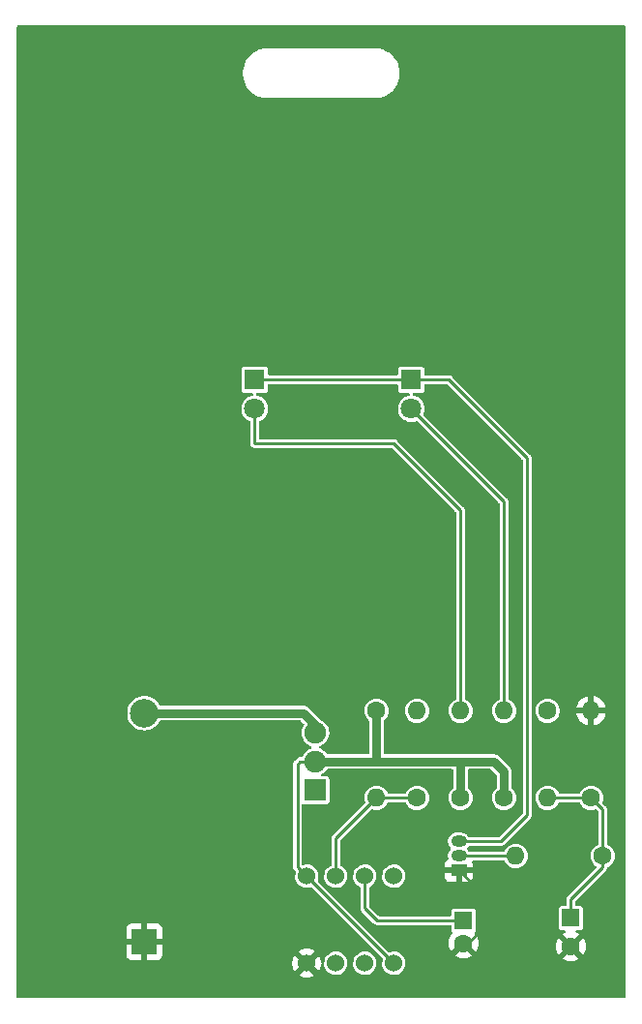
<source format=gtl>
%TF.GenerationSoftware,KiCad,Pcbnew,(6.0.6)*%
%TF.CreationDate,2022-11-23T01:26:38+07:00*%
%TF.ProjectId,555_Badge,3535355f-4261-4646-9765-2e6b69636164,v01*%
%TF.SameCoordinates,Original*%
%TF.FileFunction,Copper,L1,Top*%
%TF.FilePolarity,Positive*%
%FSLAX46Y46*%
G04 Gerber Fmt 4.6, Leading zero omitted, Abs format (unit mm)*
G04 Created by KiCad (PCBNEW (6.0.6)) date 2022-11-23 01:26:38*
%MOMM*%
%LPD*%
G01*
G04 APERTURE LIST*
%TA.AperFunction,ComponentPad*%
%ADD10C,1.600000*%
%TD*%
%TA.AperFunction,ComponentPad*%
%ADD11O,1.600000X1.600000*%
%TD*%
%TA.AperFunction,ComponentPad*%
%ADD12C,1.524000*%
%TD*%
%TA.AperFunction,ComponentPad*%
%ADD13R,1.800000X1.800000*%
%TD*%
%TA.AperFunction,ComponentPad*%
%ADD14C,1.800000*%
%TD*%
%TA.AperFunction,ComponentPad*%
%ADD15R,1.900000X1.900000*%
%TD*%
%TA.AperFunction,ComponentPad*%
%ADD16C,1.900000*%
%TD*%
%TA.AperFunction,ComponentPad*%
%ADD17R,2.170000X2.170000*%
%TD*%
%TA.AperFunction,ComponentPad*%
%ADD18C,2.500000*%
%TD*%
%TA.AperFunction,ComponentPad*%
%ADD19R,1.600000X1.600000*%
%TD*%
%TA.AperFunction,ComponentPad*%
%ADD20O,1.397000X1.016000*%
%TD*%
%TA.AperFunction,ComponentPad*%
%ADD21R,1.397000X1.016000*%
%TD*%
%TA.AperFunction,Conductor*%
%ADD22C,0.254000*%
%TD*%
%TA.AperFunction,Conductor*%
%ADD23C,0.762000*%
%TD*%
G04 APERTURE END LIST*
D10*
%TO.P,R7,1*%
%TO.N,VCC*%
X169926000Y-109220000D03*
D11*
%TO.P,R7,2*%
%TO.N,Net-(D2-Pad2)*%
X169926000Y-101600000D03*
%TD*%
D12*
%TO.P,U1,1,GND*%
%TO.N,GND*%
X152654000Y-123698000D03*
%TO.P,U1,2,~{TRIG}*%
%TO.N,Net-(C1-Pad1)*%
X155194000Y-123698000D03*
%TO.P,U1,3,OUT*%
%TO.N,Net-(R3-Pad1)*%
X157734000Y-123698000D03*
%TO.P,U1,4,~{RST}*%
%TO.N,VCC*%
X160274000Y-123698000D03*
%TO.P,U1,5,CV*%
%TO.N,unconnected-(U1-Pad5)*%
X160274000Y-116078000D03*
%TO.P,U1,6,THRESH*%
%TO.N,Net-(C1-Pad1)*%
X157734000Y-116078000D03*
%TO.P,U1,7,DIS*%
%TO.N,Net-(U1-Pad7)*%
X155194000Y-116078000D03*
%TO.P,U1,8,VDD*%
%TO.N,VCC*%
X152654000Y-116078000D03*
%TD*%
D10*
%TO.P,R2,1*%
%TO.N,Net-(U1-Pad7)*%
X162306000Y-109220000D03*
D11*
%TO.P,R2,2*%
%TO.N,Net-(C1-Pad1)*%
X162306000Y-101600000D03*
%TD*%
D13*
%TO.P,D1,1,K*%
%TO.N,Net-(D1-Pad1)*%
X148082000Y-72639000D03*
D14*
%TO.P,D1,2,A*%
%TO.N,Net-(D1-Pad2)*%
X148082000Y-75179000D03*
%TD*%
D13*
%TO.P,D2,1,K*%
%TO.N,Net-(D1-Pad1)*%
X161798000Y-72644000D03*
D14*
%TO.P,D2,2,A*%
%TO.N,Net-(D2-Pad2)*%
X161798000Y-75184000D03*
%TD*%
D10*
%TO.P,R6,1*%
%TO.N,VCC*%
X166116000Y-109220000D03*
D11*
%TO.P,R6,2*%
%TO.N,Net-(D1-Pad2)*%
X166116000Y-101600000D03*
%TD*%
D15*
%TO.P,S1,1*%
%TO.N,unconnected-(S1-Pad1)*%
X153416000Y-108552000D03*
D16*
%TO.P,S1,2*%
%TO.N,VCC*%
X153416000Y-106052000D03*
%TO.P,S1,3*%
%TO.N,Net-(BAT1-PadPos)*%
X153416000Y-103552000D03*
%TD*%
D17*
%TO.P,BAT1,Neg*%
%TO.N,GND*%
X138430000Y-121805700D03*
D18*
%TO.P,BAT1,Pos*%
%TO.N,Net-(BAT1-PadPos)*%
X138430000Y-101805700D03*
%TD*%
D10*
%TO.P,R5,1*%
%TO.N,Net-(C2-Pad1)*%
X178562000Y-114300000D03*
D11*
%TO.P,R5,2*%
%TO.N,Net-(Q1-Pad2)*%
X170942000Y-114300000D03*
%TD*%
%TO.P,R4,2*%
%TO.N,GND*%
X177546000Y-101600000D03*
D10*
%TO.P,R4,1*%
%TO.N,Net-(C2-Pad1)*%
X177546000Y-109220000D03*
%TD*%
%TO.P,C1,2*%
%TO.N,GND*%
X166370000Y-121948888D03*
D19*
%TO.P,C1,1*%
%TO.N,Net-(C1-Pad1)*%
X166370000Y-119948888D03*
%TD*%
D10*
%TO.P,R1,1*%
%TO.N,VCC*%
X158750000Y-101600000D03*
D11*
%TO.P,R1,2*%
%TO.N,Net-(U1-Pad7)*%
X158750000Y-109220000D03*
%TD*%
%TO.P,R3,2*%
%TO.N,Net-(C2-Pad1)*%
X173736000Y-109220000D03*
D10*
%TO.P,R3,1*%
%TO.N,Net-(R3-Pad1)*%
X173736000Y-101600000D03*
%TD*%
D20*
%TO.P,Q1,3,C*%
%TO.N,Net-(D1-Pad1)*%
X165968000Y-113030000D03*
%TO.P,Q1,2,B*%
%TO.N,Net-(Q1-Pad2)*%
X165968000Y-114300000D03*
D21*
%TO.P,Q1,1,E*%
%TO.N,GND*%
X165968000Y-115570000D03*
%TD*%
D19*
%TO.P,C2,1*%
%TO.N,Net-(C2-Pad1)*%
X175768000Y-119721621D03*
D10*
%TO.P,C2,2*%
%TO.N,GND*%
X175768000Y-122221621D03*
%TD*%
D22*
%TO.N,Net-(D1-Pad2)*%
X148082000Y-78232000D02*
X148082000Y-75179000D01*
X160274000Y-78232000D02*
X148082000Y-78232000D01*
X166116000Y-84074000D02*
X160274000Y-78232000D01*
X166116000Y-101600000D02*
X166116000Y-84074000D01*
%TO.N,GND*%
X167551000Y-121129888D02*
X167551000Y-117153000D01*
X166732000Y-121948888D02*
X167551000Y-121129888D01*
X166370000Y-121948888D02*
X166732000Y-121948888D01*
X167551000Y-117153000D02*
X165968000Y-115570000D01*
%TO.N,Net-(D1-Pad1)*%
X165100000Y-72644000D02*
X161798000Y-72644000D01*
X171958000Y-79502000D02*
X165100000Y-72644000D01*
%TO.N,Net-(D2-Pad2)*%
X169926000Y-83312000D02*
X169926000Y-101600000D01*
X161798000Y-75184000D02*
X169926000Y-83312000D01*
%TO.N,Net-(D1-Pad1)*%
X161793000Y-72639000D02*
X161798000Y-72644000D01*
X148082000Y-72639000D02*
X161793000Y-72639000D01*
X171958000Y-110744000D02*
X171958000Y-79502000D01*
X169672000Y-113030000D02*
X171958000Y-110744000D01*
X165968000Y-113030000D02*
X169672000Y-113030000D01*
%TO.N,GND*%
X168148000Y-123698000D02*
X167386000Y-122936000D01*
X174291621Y-123698000D02*
X168148000Y-123698000D01*
X175768000Y-122221621D02*
X174291621Y-123698000D01*
X167386000Y-122936000D02*
X167357112Y-122936000D01*
X167357112Y-122936000D02*
X166370000Y-121948888D01*
%TO.N,Net-(C2-Pad1)*%
X177546000Y-109220000D02*
X173736000Y-109220000D01*
X178562000Y-110236000D02*
X177546000Y-109220000D01*
X178562000Y-114300000D02*
X178562000Y-110236000D01*
%TO.N,Net-(Q1-Pad2)*%
X165968000Y-114300000D02*
X170942000Y-114300000D01*
%TO.N,Net-(C1-Pad1)*%
X158810888Y-119948888D02*
X166370000Y-119948888D01*
X157734000Y-116078000D02*
X157734000Y-118872000D01*
X157734000Y-118872000D02*
X158810888Y-119948888D01*
%TO.N,Net-(U1-Pad7)*%
X158750000Y-109220000D02*
X162306000Y-109220000D01*
X155194000Y-112776000D02*
X158750000Y-109220000D01*
X155194000Y-116078000D02*
X155194000Y-112776000D01*
%TO.N,VCC*%
X152654000Y-116078000D02*
X160274000Y-123698000D01*
X151831000Y-115255000D02*
X152654000Y-116078000D01*
X151831000Y-106293498D02*
X151831000Y-115255000D01*
X152072498Y-106052000D02*
X151831000Y-106293498D01*
X153416000Y-106052000D02*
X152072498Y-106052000D01*
D23*
X166116000Y-106186000D02*
X166116000Y-109220000D01*
X165982000Y-106052000D02*
X169044000Y-106052000D01*
X165982000Y-106052000D02*
X166116000Y-106186000D01*
X158884000Y-106052000D02*
X165982000Y-106052000D01*
D22*
X158750000Y-105918000D02*
X158884000Y-106052000D01*
D23*
X158750000Y-101600000D02*
X158750000Y-105918000D01*
X153416000Y-106052000D02*
X158884000Y-106052000D01*
D22*
%TO.N,Net-(BAT1-PadPos)*%
X153416000Y-102870000D02*
X153416000Y-103552000D01*
D23*
X152351700Y-101805700D02*
X153416000Y-102870000D01*
X138430000Y-101805700D02*
X152351700Y-101805700D01*
%TO.N,VCC*%
X169044000Y-106052000D02*
X169926000Y-106934000D01*
X169926000Y-106934000D02*
X169926000Y-109220000D01*
D22*
%TO.N,Net-(C2-Pad1)*%
X178562000Y-115316000D02*
X178562000Y-114300000D01*
X175768000Y-118110000D02*
X178562000Y-115316000D01*
X175768000Y-119721621D02*
X175768000Y-118110000D01*
%TD*%
%TA.AperFunction,Conductor*%
%TO.N,GND*%
G36*
X180535621Y-41676502D02*
G01*
X180582114Y-41730158D01*
X180593500Y-41782500D01*
X180593500Y-126619500D01*
X180573498Y-126687621D01*
X180519842Y-126734114D01*
X180467500Y-126745500D01*
X127380500Y-126745500D01*
X127312379Y-126725498D01*
X127265886Y-126671842D01*
X127254500Y-126619500D01*
X127254500Y-124756777D01*
X151959777Y-124756777D01*
X151969074Y-124768793D01*
X152012069Y-124798898D01*
X152021555Y-124804376D01*
X152212993Y-124893645D01*
X152223285Y-124897391D01*
X152427309Y-124952059D01*
X152438104Y-124953962D01*
X152648525Y-124972372D01*
X152659475Y-124972372D01*
X152869896Y-124953962D01*
X152880691Y-124952059D01*
X153084715Y-124897391D01*
X153095007Y-124893645D01*
X153286445Y-124804376D01*
X153295931Y-124798898D01*
X153339764Y-124768207D01*
X153348139Y-124757729D01*
X153341071Y-124744281D01*
X152666812Y-124070022D01*
X152652868Y-124062408D01*
X152651035Y-124062539D01*
X152644420Y-124066790D01*
X151966207Y-124745003D01*
X151959777Y-124756777D01*
X127254500Y-124756777D01*
X127254500Y-123703475D01*
X151379628Y-123703475D01*
X151398038Y-123913896D01*
X151399941Y-123924691D01*
X151454609Y-124128715D01*
X151458355Y-124139007D01*
X151547623Y-124330441D01*
X151553103Y-124339932D01*
X151583794Y-124383765D01*
X151594271Y-124392140D01*
X151607718Y-124385072D01*
X152281978Y-123710812D01*
X152288356Y-123699132D01*
X153018408Y-123699132D01*
X153018539Y-123700965D01*
X153022790Y-123707580D01*
X153701003Y-124385793D01*
X153712777Y-124392223D01*
X153724793Y-124382926D01*
X153754897Y-124339932D01*
X153760377Y-124330441D01*
X153849645Y-124139007D01*
X153853391Y-124128715D01*
X153908059Y-123924691D01*
X153909963Y-123913895D01*
X153925782Y-123733075D01*
X153941034Y-123694084D01*
X153940210Y-123692418D01*
X154160741Y-123692418D01*
X154174833Y-123719229D01*
X154176861Y-123733513D01*
X154189362Y-123882386D01*
X154244310Y-124074009D01*
X154335430Y-124251311D01*
X154459253Y-124407537D01*
X154611063Y-124536737D01*
X154616441Y-124539743D01*
X154616443Y-124539744D01*
X154658397Y-124563191D01*
X154785076Y-124633989D01*
X154790935Y-124635893D01*
X154790938Y-124635894D01*
X154826701Y-124647514D01*
X154974665Y-124695591D01*
X154980775Y-124696320D01*
X154980777Y-124696320D01*
X155048314Y-124704373D01*
X155172609Y-124719194D01*
X155178744Y-124718722D01*
X155178746Y-124718722D01*
X155365226Y-124704373D01*
X155365231Y-124704372D01*
X155371367Y-124703900D01*
X155377297Y-124702244D01*
X155377299Y-124702244D01*
X155467369Y-124677096D01*
X155563370Y-124650292D01*
X155568870Y-124647514D01*
X155735802Y-124563191D01*
X155735804Y-124563190D01*
X155741303Y-124560412D01*
X155898390Y-124437682D01*
X155920962Y-124411532D01*
X156024618Y-124291446D01*
X156024619Y-124291444D01*
X156028647Y-124286778D01*
X156127112Y-124113448D01*
X156190035Y-123924294D01*
X156214192Y-123733075D01*
X156214578Y-123730023D01*
X156214579Y-123730013D01*
X156215020Y-123726520D01*
X156215418Y-123698000D01*
X156214020Y-123683739D01*
X156712682Y-123683739D01*
X156729362Y-123882386D01*
X156784310Y-124074009D01*
X156875430Y-124251311D01*
X156999253Y-124407537D01*
X157151063Y-124536737D01*
X157156441Y-124539743D01*
X157156443Y-124539744D01*
X157198397Y-124563191D01*
X157325076Y-124633989D01*
X157330935Y-124635893D01*
X157330938Y-124635894D01*
X157366701Y-124647514D01*
X157514665Y-124695591D01*
X157520775Y-124696320D01*
X157520777Y-124696320D01*
X157588314Y-124704373D01*
X157712609Y-124719194D01*
X157718744Y-124718722D01*
X157718746Y-124718722D01*
X157905226Y-124704373D01*
X157905231Y-124704372D01*
X157911367Y-124703900D01*
X157917297Y-124702244D01*
X157917299Y-124702244D01*
X158007369Y-124677096D01*
X158103370Y-124650292D01*
X158108870Y-124647514D01*
X158275802Y-124563191D01*
X158275804Y-124563190D01*
X158281303Y-124560412D01*
X158438390Y-124437682D01*
X158460962Y-124411532D01*
X158564618Y-124291446D01*
X158564619Y-124291444D01*
X158568647Y-124286778D01*
X158667112Y-124113448D01*
X158730035Y-123924294D01*
X158754192Y-123733075D01*
X158754578Y-123730023D01*
X158754579Y-123730013D01*
X158755020Y-123726520D01*
X158755418Y-123698000D01*
X158735965Y-123499606D01*
X158734184Y-123493707D01*
X158734183Y-123493702D01*
X158680129Y-123314667D01*
X158678348Y-123308768D01*
X158610082Y-123180378D01*
X158587655Y-123138198D01*
X158587653Y-123138195D01*
X158584761Y-123132756D01*
X158580871Y-123127986D01*
X158580868Y-123127982D01*
X158462663Y-122983049D01*
X158462660Y-122983046D01*
X158458768Y-122978274D01*
X158305170Y-122851206D01*
X158129815Y-122756392D01*
X157939385Y-122697444D01*
X157933260Y-122696800D01*
X157933259Y-122696800D01*
X157747260Y-122677251D01*
X157747258Y-122677251D01*
X157741131Y-122676607D01*
X157618252Y-122687790D01*
X157548746Y-122694115D01*
X157548745Y-122694115D01*
X157542605Y-122694674D01*
X157536691Y-122696415D01*
X157536689Y-122696415D01*
X157406539Y-122734721D01*
X157351370Y-122750958D01*
X157174709Y-122843314D01*
X157169909Y-122847174D01*
X157169908Y-122847174D01*
X157164893Y-122851206D01*
X157019351Y-122968225D01*
X156891214Y-123120933D01*
X156795179Y-123295621D01*
X156793318Y-123301488D01*
X156793317Y-123301490D01*
X156791051Y-123308633D01*
X156734902Y-123485635D01*
X156712682Y-123683739D01*
X156214020Y-123683739D01*
X156195965Y-123499606D01*
X156194184Y-123493707D01*
X156194183Y-123493702D01*
X156140129Y-123314667D01*
X156138348Y-123308768D01*
X156070082Y-123180378D01*
X156047655Y-123138198D01*
X156047653Y-123138195D01*
X156044761Y-123132756D01*
X156040871Y-123127986D01*
X156040868Y-123127982D01*
X155922663Y-122983049D01*
X155922660Y-122983046D01*
X155918768Y-122978274D01*
X155765170Y-122851206D01*
X155589815Y-122756392D01*
X155399385Y-122697444D01*
X155393260Y-122696800D01*
X155393259Y-122696800D01*
X155207260Y-122677251D01*
X155207258Y-122677251D01*
X155201131Y-122676607D01*
X155078252Y-122687790D01*
X155008746Y-122694115D01*
X155008745Y-122694115D01*
X155002605Y-122694674D01*
X154996691Y-122696415D01*
X154996689Y-122696415D01*
X154866539Y-122734721D01*
X154811370Y-122750958D01*
X154634709Y-122843314D01*
X154629909Y-122847174D01*
X154629908Y-122847174D01*
X154624893Y-122851206D01*
X154479351Y-122968225D01*
X154351214Y-123120933D01*
X154255179Y-123295621D01*
X154253318Y-123301488D01*
X154253317Y-123301490D01*
X154251051Y-123308633D01*
X154194902Y-123485635D01*
X154193335Y-123499606D01*
X154175710Y-123656744D01*
X154160741Y-123692418D01*
X153940210Y-123692418D01*
X153926395Y-123664502D01*
X153924974Y-123653682D01*
X153909962Y-123482104D01*
X153908059Y-123471309D01*
X153853391Y-123267285D01*
X153849645Y-123256993D01*
X153760377Y-123065559D01*
X153754897Y-123056068D01*
X153724206Y-123012235D01*
X153713729Y-123003860D01*
X153700282Y-123010928D01*
X153026022Y-123685188D01*
X153018408Y-123699132D01*
X152288356Y-123699132D01*
X152289592Y-123696868D01*
X152289461Y-123695035D01*
X152285210Y-123688420D01*
X151606997Y-123010207D01*
X151595223Y-123003777D01*
X151583207Y-123013074D01*
X151553103Y-123056068D01*
X151547623Y-123065559D01*
X151458355Y-123256993D01*
X151454609Y-123267285D01*
X151399941Y-123471309D01*
X151398038Y-123482104D01*
X151379628Y-123692525D01*
X151379628Y-123703475D01*
X127254500Y-123703475D01*
X127254500Y-122935369D01*
X136837001Y-122935369D01*
X136837371Y-122942190D01*
X136842895Y-122993052D01*
X136846521Y-123008304D01*
X136891676Y-123128754D01*
X136900214Y-123144349D01*
X136976715Y-123246424D01*
X136989276Y-123258985D01*
X137091351Y-123335486D01*
X137106946Y-123344024D01*
X137227394Y-123389178D01*
X137242649Y-123392805D01*
X137293514Y-123398331D01*
X137300328Y-123398700D01*
X138157885Y-123398700D01*
X138173124Y-123394225D01*
X138174329Y-123392835D01*
X138176000Y-123385152D01*
X138176000Y-123380584D01*
X138684000Y-123380584D01*
X138688475Y-123395823D01*
X138689865Y-123397028D01*
X138697548Y-123398699D01*
X139559669Y-123398699D01*
X139566490Y-123398329D01*
X139617352Y-123392805D01*
X139632604Y-123389179D01*
X139753054Y-123344024D01*
X139768649Y-123335486D01*
X139870724Y-123258985D01*
X139883285Y-123246424D01*
X139959786Y-123144349D01*
X139968324Y-123128754D01*
X140013478Y-123008306D01*
X140017105Y-122993051D01*
X140022631Y-122942186D01*
X140023000Y-122935372D01*
X140023000Y-122638271D01*
X151959860Y-122638271D01*
X151966928Y-122651718D01*
X152641188Y-123325978D01*
X152655132Y-123333592D01*
X152656965Y-123333461D01*
X152663580Y-123329210D01*
X153341793Y-122650997D01*
X153348223Y-122639223D01*
X153338926Y-122627207D01*
X153295931Y-122597102D01*
X153286445Y-122591624D01*
X153095007Y-122502355D01*
X153084715Y-122498609D01*
X152880691Y-122443941D01*
X152869896Y-122442038D01*
X152659475Y-122423628D01*
X152648525Y-122423628D01*
X152438104Y-122442038D01*
X152427309Y-122443941D01*
X152223285Y-122498609D01*
X152212993Y-122502355D01*
X152021559Y-122591623D01*
X152012068Y-122597103D01*
X151968235Y-122627794D01*
X151959860Y-122638271D01*
X140023000Y-122638271D01*
X140023000Y-122077815D01*
X140018525Y-122062576D01*
X140017135Y-122061371D01*
X140009452Y-122059700D01*
X138702115Y-122059700D01*
X138686876Y-122064175D01*
X138685671Y-122065565D01*
X138684000Y-122073248D01*
X138684000Y-123380584D01*
X138176000Y-123380584D01*
X138176000Y-122077815D01*
X138171525Y-122062576D01*
X138170135Y-122061371D01*
X138162452Y-122059700D01*
X136855116Y-122059700D01*
X136839877Y-122064175D01*
X136838672Y-122065565D01*
X136837001Y-122073248D01*
X136837001Y-122935369D01*
X127254500Y-122935369D01*
X127254500Y-121533585D01*
X136837000Y-121533585D01*
X136841475Y-121548824D01*
X136842865Y-121550029D01*
X136850548Y-121551700D01*
X138157885Y-121551700D01*
X138173124Y-121547225D01*
X138174329Y-121545835D01*
X138176000Y-121538152D01*
X138176000Y-121533585D01*
X138684000Y-121533585D01*
X138688475Y-121548824D01*
X138689865Y-121550029D01*
X138697548Y-121551700D01*
X140004884Y-121551700D01*
X140020123Y-121547225D01*
X140021328Y-121545835D01*
X140022999Y-121538152D01*
X140022999Y-120676031D01*
X140022629Y-120669210D01*
X140017105Y-120618348D01*
X140013479Y-120603096D01*
X139968324Y-120482646D01*
X139959786Y-120467051D01*
X139883285Y-120364976D01*
X139870724Y-120352415D01*
X139768649Y-120275914D01*
X139753054Y-120267376D01*
X139632606Y-120222222D01*
X139617351Y-120218595D01*
X139566486Y-120213069D01*
X139559672Y-120212700D01*
X138702115Y-120212700D01*
X138686876Y-120217175D01*
X138685671Y-120218565D01*
X138684000Y-120226248D01*
X138684000Y-121533585D01*
X138176000Y-121533585D01*
X138176000Y-120230816D01*
X138171525Y-120215577D01*
X138170135Y-120214372D01*
X138162452Y-120212701D01*
X137300331Y-120212701D01*
X137293510Y-120213071D01*
X137242648Y-120218595D01*
X137227396Y-120222221D01*
X137106946Y-120267376D01*
X137091351Y-120275914D01*
X136989276Y-120352415D01*
X136976715Y-120364976D01*
X136900214Y-120467051D01*
X136891676Y-120482646D01*
X136846522Y-120603094D01*
X136842895Y-120618349D01*
X136837369Y-120669214D01*
X136837000Y-120676028D01*
X136837000Y-121533585D01*
X127254500Y-121533585D01*
X127254500Y-101805700D01*
X136920848Y-101805700D01*
X136939428Y-102041783D01*
X136940582Y-102046590D01*
X136940583Y-102046596D01*
X136969852Y-102168509D01*
X136994711Y-102272054D01*
X136996604Y-102276625D01*
X136996605Y-102276627D01*
X137080061Y-102478105D01*
X137085336Y-102490841D01*
X137209070Y-102692757D01*
X137362868Y-102872832D01*
X137542943Y-103026630D01*
X137744859Y-103150364D01*
X137749429Y-103152257D01*
X137749433Y-103152259D01*
X137959073Y-103239095D01*
X137959075Y-103239096D01*
X137963646Y-103240989D01*
X138043499Y-103260160D01*
X138189104Y-103295117D01*
X138189110Y-103295118D01*
X138193917Y-103296272D01*
X138430000Y-103314852D01*
X138666083Y-103296272D01*
X138670890Y-103295118D01*
X138670896Y-103295117D01*
X138816501Y-103260160D01*
X138896354Y-103240989D01*
X138900925Y-103239096D01*
X138900927Y-103239095D01*
X139110567Y-103152259D01*
X139110571Y-103152257D01*
X139115141Y-103150364D01*
X139317057Y-103026630D01*
X139497132Y-102872832D01*
X139650930Y-102692757D01*
X139768215Y-102501365D01*
X139820863Y-102453734D01*
X139875648Y-102441200D01*
X152036278Y-102441200D01*
X152104399Y-102461202D01*
X152125373Y-102478105D01*
X152384434Y-102737166D01*
X152418460Y-102799478D01*
X152413395Y-102870293D01*
X152402547Y-102891836D01*
X152401494Y-102893172D01*
X152398805Y-102898283D01*
X152398803Y-102898286D01*
X152387403Y-102919954D01*
X152298420Y-103089083D01*
X152232774Y-103300498D01*
X152232095Y-103306233D01*
X152232095Y-103306234D01*
X152229098Y-103331557D01*
X152206755Y-103520335D01*
X152221233Y-103741233D01*
X152275724Y-103955793D01*
X152368404Y-104156830D01*
X152496167Y-104337611D01*
X152654736Y-104492082D01*
X152659532Y-104495287D01*
X152659535Y-104495289D01*
X152734253Y-104545214D01*
X152838800Y-104615070D01*
X152844103Y-104617348D01*
X152844106Y-104617350D01*
X153006862Y-104687275D01*
X153061555Y-104732543D01*
X153083092Y-104800194D01*
X153064635Y-104868750D01*
X153012044Y-104916444D01*
X153000735Y-104921255D01*
X152895228Y-104960179D01*
X152704980Y-105073365D01*
X152538544Y-105219325D01*
X152534977Y-105223850D01*
X152534972Y-105223855D01*
X152482434Y-105290500D01*
X152401494Y-105393172D01*
X152398805Y-105398283D01*
X152398803Y-105398286D01*
X152382149Y-105429940D01*
X152298420Y-105589083D01*
X152297169Y-105593112D01*
X152252940Y-105647998D01*
X152181078Y-105670500D01*
X152126638Y-105670500D01*
X152102322Y-105667913D01*
X152100899Y-105667846D01*
X152090718Y-105665654D01*
X152057179Y-105669624D01*
X152057150Y-105669627D01*
X152051176Y-105669979D01*
X152051184Y-105670072D01*
X152046006Y-105670500D01*
X152040806Y-105670500D01*
X152035677Y-105671354D01*
X152035674Y-105671354D01*
X152021663Y-105673686D01*
X152015784Y-105674523D01*
X151974931Y-105679358D01*
X151974930Y-105679358D01*
X151964591Y-105680582D01*
X151956292Y-105684567D01*
X151947215Y-105686078D01*
X151901847Y-105710558D01*
X151896584Y-105713239D01*
X151850100Y-105735560D01*
X151845806Y-105739169D01*
X151843880Y-105741095D01*
X151841922Y-105742891D01*
X151841865Y-105742921D01*
X151841747Y-105742792D01*
X151841182Y-105743290D01*
X151835441Y-105746388D01*
X151828372Y-105754035D01*
X151828371Y-105754036D01*
X151798644Y-105786195D01*
X151795214Y-105789761D01*
X151599521Y-105985454D01*
X151580505Y-106000813D01*
X151579444Y-106001779D01*
X151570696Y-106007427D01*
X151564250Y-106015604D01*
X151549771Y-106033970D01*
X151545794Y-106038445D01*
X151545865Y-106038506D01*
X151542512Y-106042463D01*
X151538829Y-106046146D01*
X151535803Y-106050381D01*
X151535801Y-106050383D01*
X151527547Y-106061934D01*
X151523984Y-106066680D01*
X151492066Y-106107168D01*
X151489015Y-106115855D01*
X151483666Y-106123341D01*
X151480683Y-106133317D01*
X151480682Y-106133318D01*
X151468902Y-106172709D01*
X151467072Y-106178341D01*
X151449984Y-106227000D01*
X151449500Y-106232589D01*
X151449500Y-106235300D01*
X151449385Y-106237967D01*
X151449366Y-106238030D01*
X151449192Y-106238023D01*
X151449145Y-106238769D01*
X151447275Y-106245022D01*
X151447684Y-106255426D01*
X151449403Y-106299176D01*
X151449500Y-106304123D01*
X151449500Y-115200865D01*
X151446914Y-115225164D01*
X151446846Y-115226602D01*
X151444655Y-115236780D01*
X151448170Y-115266484D01*
X151448627Y-115270342D01*
X151448979Y-115276320D01*
X151449072Y-115276312D01*
X151449500Y-115281490D01*
X151449500Y-115286692D01*
X151450354Y-115291822D01*
X151452686Y-115305832D01*
X151453522Y-115311704D01*
X151455488Y-115328318D01*
X151457388Y-115344366D01*
X151459582Y-115362907D01*
X151463567Y-115371206D01*
X151465078Y-115380283D01*
X151489558Y-115425651D01*
X151492239Y-115430914D01*
X151511127Y-115470250D01*
X151511130Y-115470254D01*
X151514560Y-115477398D01*
X151518170Y-115481692D01*
X151520102Y-115483624D01*
X151521889Y-115485573D01*
X151521918Y-115485626D01*
X151521788Y-115485745D01*
X151522289Y-115486313D01*
X151525388Y-115492057D01*
X151533033Y-115499124D01*
X151565209Y-115528867D01*
X151568775Y-115532297D01*
X151660266Y-115623788D01*
X151694292Y-115686100D01*
X151691273Y-115750980D01*
X151654902Y-115865635D01*
X151632682Y-116063739D01*
X151649362Y-116262386D01*
X151704310Y-116454009D01*
X151707125Y-116459486D01*
X151772144Y-116586000D01*
X151795430Y-116631311D01*
X151919253Y-116787537D01*
X152071063Y-116916737D01*
X152076441Y-116919743D01*
X152076443Y-116919744D01*
X152184972Y-116980398D01*
X152245076Y-117013989D01*
X152250935Y-117015893D01*
X152250938Y-117015894D01*
X152311703Y-117035638D01*
X152434665Y-117075591D01*
X152440775Y-117076320D01*
X152440777Y-117076320D01*
X152508314Y-117084373D01*
X152632609Y-117099194D01*
X152638744Y-117098722D01*
X152638746Y-117098722D01*
X152825226Y-117084373D01*
X152825231Y-117084372D01*
X152831367Y-117083900D01*
X152837301Y-117082243D01*
X152837308Y-117082242D01*
X152986382Y-117040620D01*
X153057372Y-117041566D01*
X153109361Y-117072883D01*
X159280266Y-123243789D01*
X159314292Y-123306101D01*
X159311273Y-123370980D01*
X159274902Y-123485635D01*
X159252682Y-123683739D01*
X159269362Y-123882386D01*
X159324310Y-124074009D01*
X159415430Y-124251311D01*
X159539253Y-124407537D01*
X159691063Y-124536737D01*
X159696441Y-124539743D01*
X159696443Y-124539744D01*
X159738397Y-124563191D01*
X159865076Y-124633989D01*
X159870935Y-124635893D01*
X159870938Y-124635894D01*
X159906701Y-124647514D01*
X160054665Y-124695591D01*
X160060775Y-124696320D01*
X160060777Y-124696320D01*
X160128314Y-124704373D01*
X160252609Y-124719194D01*
X160258744Y-124718722D01*
X160258746Y-124718722D01*
X160445226Y-124704373D01*
X160445231Y-124704372D01*
X160451367Y-124703900D01*
X160457297Y-124702244D01*
X160457299Y-124702244D01*
X160547369Y-124677096D01*
X160643370Y-124650292D01*
X160648870Y-124647514D01*
X160815802Y-124563191D01*
X160815804Y-124563190D01*
X160821303Y-124560412D01*
X160978390Y-124437682D01*
X161000962Y-124411532D01*
X161104618Y-124291446D01*
X161104619Y-124291444D01*
X161108647Y-124286778D01*
X161207112Y-124113448D01*
X161270035Y-123924294D01*
X161294192Y-123733075D01*
X161294578Y-123730023D01*
X161294579Y-123730013D01*
X161295020Y-123726520D01*
X161295418Y-123698000D01*
X161275965Y-123499606D01*
X161274184Y-123493707D01*
X161274183Y-123493702D01*
X161220129Y-123314667D01*
X161218348Y-123308768D01*
X161217771Y-123307683D01*
X175046493Y-123307683D01*
X175055789Y-123319698D01*
X175106994Y-123355552D01*
X175116489Y-123361035D01*
X175313947Y-123453111D01*
X175324239Y-123456857D01*
X175534688Y-123513246D01*
X175545481Y-123515149D01*
X175762525Y-123534138D01*
X175773475Y-123534138D01*
X175990519Y-123515149D01*
X176001312Y-123513246D01*
X176211761Y-123456857D01*
X176222053Y-123453111D01*
X176419511Y-123361035D01*
X176429006Y-123355552D01*
X176481048Y-123319112D01*
X176489424Y-123308633D01*
X176482356Y-123295187D01*
X175780812Y-122593643D01*
X175766868Y-122586029D01*
X175765035Y-122586160D01*
X175758420Y-122590411D01*
X175052923Y-123295908D01*
X175046493Y-123307683D01*
X161217771Y-123307683D01*
X161150082Y-123180378D01*
X161127655Y-123138198D01*
X161127653Y-123138195D01*
X161124761Y-123132756D01*
X161120871Y-123127986D01*
X161120868Y-123127982D01*
X161044993Y-123034950D01*
X165648493Y-123034950D01*
X165657789Y-123046965D01*
X165708994Y-123082819D01*
X165718489Y-123088302D01*
X165915947Y-123180378D01*
X165926239Y-123184124D01*
X166136688Y-123240513D01*
X166147481Y-123242416D01*
X166364525Y-123261405D01*
X166375475Y-123261405D01*
X166592519Y-123242416D01*
X166603312Y-123240513D01*
X166813761Y-123184124D01*
X166824053Y-123180378D01*
X167021511Y-123088302D01*
X167031006Y-123082819D01*
X167083048Y-123046379D01*
X167091424Y-123035900D01*
X167084356Y-123022454D01*
X166382812Y-122320910D01*
X166368868Y-122313296D01*
X166367035Y-122313427D01*
X166360420Y-122317678D01*
X165654923Y-123023175D01*
X165648493Y-123034950D01*
X161044993Y-123034950D01*
X161002663Y-122983049D01*
X161002660Y-122983046D01*
X160998768Y-122978274D01*
X160845170Y-122851206D01*
X160669815Y-122756392D01*
X160479385Y-122697444D01*
X160473260Y-122696800D01*
X160473259Y-122696800D01*
X160287260Y-122677251D01*
X160287258Y-122677251D01*
X160281131Y-122676607D01*
X160158252Y-122687790D01*
X160088746Y-122694115D01*
X160088745Y-122694115D01*
X160082605Y-122694674D01*
X160076691Y-122696415D01*
X160076689Y-122696415D01*
X160012321Y-122715360D01*
X159943908Y-122735495D01*
X159872913Y-122735541D01*
X159819239Y-122703717D01*
X153647595Y-116532072D01*
X153613569Y-116469760D01*
X153617132Y-116403206D01*
X153648087Y-116310150D01*
X153648088Y-116310146D01*
X153650035Y-116304294D01*
X153665693Y-116180351D01*
X153674578Y-116110023D01*
X153674579Y-116110013D01*
X153675020Y-116106520D01*
X153675418Y-116078000D01*
X153674020Y-116063739D01*
X154172682Y-116063739D01*
X154189362Y-116262386D01*
X154244310Y-116454009D01*
X154247125Y-116459486D01*
X154312144Y-116586000D01*
X154335430Y-116631311D01*
X154459253Y-116787537D01*
X154611063Y-116916737D01*
X154616441Y-116919743D01*
X154616443Y-116919744D01*
X154724972Y-116980398D01*
X154785076Y-117013989D01*
X154790935Y-117015893D01*
X154790938Y-117015894D01*
X154851703Y-117035638D01*
X154974665Y-117075591D01*
X154980775Y-117076320D01*
X154980777Y-117076320D01*
X155048314Y-117084373D01*
X155172609Y-117099194D01*
X155178744Y-117098722D01*
X155178746Y-117098722D01*
X155365226Y-117084373D01*
X155365231Y-117084372D01*
X155371367Y-117083900D01*
X155377297Y-117082244D01*
X155377299Y-117082244D01*
X155467368Y-117057096D01*
X155563370Y-117030292D01*
X155568870Y-117027514D01*
X155735802Y-116943191D01*
X155735804Y-116943190D01*
X155741303Y-116940412D01*
X155898390Y-116817682D01*
X155920962Y-116791532D01*
X156024618Y-116671446D01*
X156024619Y-116671444D01*
X156028647Y-116666778D01*
X156127112Y-116493448D01*
X156190035Y-116304294D01*
X156205693Y-116180351D01*
X156214578Y-116110023D01*
X156214579Y-116110013D01*
X156215020Y-116106520D01*
X156215418Y-116078000D01*
X156214020Y-116063739D01*
X156712682Y-116063739D01*
X156729362Y-116262386D01*
X156784310Y-116454009D01*
X156787125Y-116459486D01*
X156852144Y-116586000D01*
X156875430Y-116631311D01*
X156999253Y-116787537D01*
X157151063Y-116916737D01*
X157287971Y-116993252D01*
X157337676Y-117043944D01*
X157352500Y-117103239D01*
X157352500Y-118817865D01*
X157349914Y-118842164D01*
X157349846Y-118843602D01*
X157347655Y-118853780D01*
X157348879Y-118864120D01*
X157351627Y-118887342D01*
X157351979Y-118893320D01*
X157352072Y-118893312D01*
X157352500Y-118898490D01*
X157352500Y-118903692D01*
X157353354Y-118908822D01*
X157355686Y-118922832D01*
X157356523Y-118928711D01*
X157360866Y-118965404D01*
X157362582Y-118979907D01*
X157366567Y-118988206D01*
X157368078Y-118997283D01*
X157392558Y-119042651D01*
X157395239Y-119047914D01*
X157414127Y-119087250D01*
X157414130Y-119087254D01*
X157417560Y-119094398D01*
X157421170Y-119098692D01*
X157423102Y-119100624D01*
X157424889Y-119102573D01*
X157424918Y-119102626D01*
X157424788Y-119102745D01*
X157425289Y-119103313D01*
X157428388Y-119109057D01*
X157436033Y-119116124D01*
X157468209Y-119145867D01*
X157471775Y-119149297D01*
X158502842Y-120180364D01*
X158518206Y-120199387D01*
X158519170Y-120200446D01*
X158524817Y-120209192D01*
X158532996Y-120215640D01*
X158532998Y-120215642D01*
X158551365Y-120230122D01*
X158555838Y-120234097D01*
X158555899Y-120234025D01*
X158559856Y-120237378D01*
X158563537Y-120241059D01*
X158567769Y-120244083D01*
X158579327Y-120252343D01*
X158584073Y-120255906D01*
X158624558Y-120287822D01*
X158633243Y-120290872D01*
X158640731Y-120296223D01*
X158690138Y-120310998D01*
X158695725Y-120312814D01*
X158744390Y-120329904D01*
X158749979Y-120330388D01*
X158752690Y-120330388D01*
X158755359Y-120330503D01*
X158755420Y-120330522D01*
X158755413Y-120330696D01*
X158756160Y-120330743D01*
X158762413Y-120332613D01*
X158816577Y-120330485D01*
X158821523Y-120330388D01*
X165189501Y-120330388D01*
X165257622Y-120350390D01*
X165304115Y-120404046D01*
X165315501Y-120456388D01*
X165315501Y-120773954D01*
X165322612Y-120809706D01*
X165327277Y-120833160D01*
X165330266Y-120848189D01*
X165337161Y-120858508D01*
X165337162Y-120858510D01*
X165386516Y-120932372D01*
X165383802Y-120934186D01*
X165408263Y-120978982D01*
X165403198Y-121049797D01*
X165374237Y-121094860D01*
X165368084Y-121101013D01*
X165361028Y-121109421D01*
X165236069Y-121287881D01*
X165230586Y-121297377D01*
X165138510Y-121494835D01*
X165134764Y-121505127D01*
X165078375Y-121715576D01*
X165076472Y-121726369D01*
X165057483Y-121943413D01*
X165057483Y-121954363D01*
X165076472Y-122171407D01*
X165078375Y-122182200D01*
X165134764Y-122392649D01*
X165138510Y-122402941D01*
X165230586Y-122600399D01*
X165236069Y-122609894D01*
X165272509Y-122661936D01*
X165282988Y-122670312D01*
X165296434Y-122663244D01*
X166280905Y-121678773D01*
X166343217Y-121644747D01*
X166414032Y-121649812D01*
X166459095Y-121678773D01*
X167444287Y-122663965D01*
X167456062Y-122670395D01*
X167468077Y-122661099D01*
X167503931Y-122609894D01*
X167509414Y-122600399D01*
X167601490Y-122402941D01*
X167605236Y-122392649D01*
X167649595Y-122227096D01*
X174455483Y-122227096D01*
X174474472Y-122444140D01*
X174476375Y-122454933D01*
X174532764Y-122665382D01*
X174536510Y-122675674D01*
X174628586Y-122873132D01*
X174634069Y-122882627D01*
X174670509Y-122934669D01*
X174680988Y-122943045D01*
X174694434Y-122935977D01*
X175395978Y-122234433D01*
X175402356Y-122222753D01*
X176132408Y-122222753D01*
X176132539Y-122224586D01*
X176136790Y-122231201D01*
X176842287Y-122936698D01*
X176854062Y-122943128D01*
X176866077Y-122933832D01*
X176901931Y-122882627D01*
X176907414Y-122873132D01*
X176999490Y-122675674D01*
X177003236Y-122665382D01*
X177059625Y-122454933D01*
X177061528Y-122444140D01*
X177080517Y-122227096D01*
X177080517Y-122216146D01*
X177061528Y-121999102D01*
X177059625Y-121988309D01*
X177003236Y-121777860D01*
X176999490Y-121767568D01*
X176907414Y-121570110D01*
X176901931Y-121560615D01*
X176865491Y-121508573D01*
X176855012Y-121500197D01*
X176841566Y-121507265D01*
X176140022Y-122208809D01*
X176132408Y-122222753D01*
X175402356Y-122222753D01*
X175403592Y-122220489D01*
X175403461Y-122218656D01*
X175399210Y-122212041D01*
X174693713Y-121506544D01*
X174681938Y-121500114D01*
X174669923Y-121509410D01*
X174634069Y-121560615D01*
X174628586Y-121570110D01*
X174536510Y-121767568D01*
X174532764Y-121777860D01*
X174476375Y-121988309D01*
X174474472Y-121999102D01*
X174455483Y-122216146D01*
X174455483Y-122227096D01*
X167649595Y-122227096D01*
X167661625Y-122182200D01*
X167663528Y-122171407D01*
X167682517Y-121954363D01*
X167682517Y-121943413D01*
X167663528Y-121726369D01*
X167661625Y-121715576D01*
X167605236Y-121505127D01*
X167601490Y-121494835D01*
X167509414Y-121297377D01*
X167503931Y-121287881D01*
X167378972Y-121109421D01*
X167371916Y-121101013D01*
X167365763Y-121094860D01*
X167331737Y-121032548D01*
X167336802Y-120961733D01*
X167355014Y-120933395D01*
X167353484Y-120932372D01*
X167402839Y-120858508D01*
X167409734Y-120848189D01*
X167424500Y-120773955D01*
X167424499Y-119123822D01*
X167409734Y-119049587D01*
X167353484Y-118965404D01*
X167269301Y-118909154D01*
X167195067Y-118894388D01*
X166370134Y-118894388D01*
X165544934Y-118894389D01*
X165509182Y-118901500D01*
X165482874Y-118906732D01*
X165482872Y-118906733D01*
X165470699Y-118909154D01*
X165460379Y-118916049D01*
X165460378Y-118916050D01*
X165441430Y-118928711D01*
X165386516Y-118965404D01*
X165330266Y-119049587D01*
X165315500Y-119123821D01*
X165315500Y-119441388D01*
X165295498Y-119509509D01*
X165241842Y-119556002D01*
X165189500Y-119567388D01*
X159021101Y-119567388D01*
X158952980Y-119547386D01*
X158932006Y-119530483D01*
X158152405Y-118750882D01*
X158118379Y-118688570D01*
X158115500Y-118661787D01*
X158115500Y-117101681D01*
X158135502Y-117033560D01*
X158184690Y-116989215D01*
X158275799Y-116943193D01*
X158275805Y-116943189D01*
X158281303Y-116940412D01*
X158438390Y-116817682D01*
X158460962Y-116791532D01*
X158564618Y-116671446D01*
X158564619Y-116671444D01*
X158568647Y-116666778D01*
X158667112Y-116493448D01*
X158730035Y-116304294D01*
X158745693Y-116180351D01*
X158754578Y-116110023D01*
X158754579Y-116110013D01*
X158755020Y-116106520D01*
X158755418Y-116078000D01*
X158754020Y-116063739D01*
X159252682Y-116063739D01*
X159269362Y-116262386D01*
X159324310Y-116454009D01*
X159327125Y-116459486D01*
X159392144Y-116586000D01*
X159415430Y-116631311D01*
X159539253Y-116787537D01*
X159691063Y-116916737D01*
X159696441Y-116919743D01*
X159696443Y-116919744D01*
X159804972Y-116980398D01*
X159865076Y-117013989D01*
X159870935Y-117015893D01*
X159870938Y-117015894D01*
X159931703Y-117035638D01*
X160054665Y-117075591D01*
X160060775Y-117076320D01*
X160060777Y-117076320D01*
X160128314Y-117084373D01*
X160252609Y-117099194D01*
X160258744Y-117098722D01*
X160258746Y-117098722D01*
X160445226Y-117084373D01*
X160445231Y-117084372D01*
X160451367Y-117083900D01*
X160457297Y-117082244D01*
X160457299Y-117082244D01*
X160547368Y-117057096D01*
X160643370Y-117030292D01*
X160648870Y-117027514D01*
X160815802Y-116943191D01*
X160815804Y-116943190D01*
X160821303Y-116940412D01*
X160978390Y-116817682D01*
X161000962Y-116791532D01*
X161104618Y-116671446D01*
X161104619Y-116671444D01*
X161108647Y-116666778D01*
X161207112Y-116493448D01*
X161270035Y-116304294D01*
X161285693Y-116180351D01*
X161292980Y-116122669D01*
X164761501Y-116122669D01*
X164761871Y-116129490D01*
X164767395Y-116180352D01*
X164771021Y-116195604D01*
X164816176Y-116316054D01*
X164824714Y-116331649D01*
X164901215Y-116433724D01*
X164913776Y-116446285D01*
X165015851Y-116522786D01*
X165031446Y-116531324D01*
X165151894Y-116576478D01*
X165167149Y-116580105D01*
X165218014Y-116585631D01*
X165224828Y-116586000D01*
X165695885Y-116586000D01*
X165711124Y-116581525D01*
X165712329Y-116580135D01*
X165714000Y-116572452D01*
X165714000Y-116567884D01*
X166222000Y-116567884D01*
X166226475Y-116583123D01*
X166227865Y-116584328D01*
X166235548Y-116585999D01*
X166711169Y-116585999D01*
X166717990Y-116585629D01*
X166768852Y-116580105D01*
X166784104Y-116576479D01*
X166904554Y-116531324D01*
X166920149Y-116522786D01*
X167022224Y-116446285D01*
X167034785Y-116433724D01*
X167111286Y-116331649D01*
X167119824Y-116316054D01*
X167164978Y-116195606D01*
X167168605Y-116180351D01*
X167174131Y-116129486D01*
X167174500Y-116122672D01*
X167174500Y-115842115D01*
X167170025Y-115826876D01*
X167168635Y-115825671D01*
X167160952Y-115824000D01*
X166240115Y-115824000D01*
X166224876Y-115828475D01*
X166223671Y-115829865D01*
X166222000Y-115837548D01*
X166222000Y-116567884D01*
X165714000Y-116567884D01*
X165714000Y-115842115D01*
X165709525Y-115826876D01*
X165708135Y-115825671D01*
X165700452Y-115824000D01*
X164779616Y-115824000D01*
X164764377Y-115828475D01*
X164763172Y-115829865D01*
X164761501Y-115837548D01*
X164761501Y-116122669D01*
X161292980Y-116122669D01*
X161294578Y-116110023D01*
X161294579Y-116110013D01*
X161295020Y-116106520D01*
X161295418Y-116078000D01*
X161275965Y-115879606D01*
X161274184Y-115873707D01*
X161274183Y-115873702D01*
X161220129Y-115694667D01*
X161218348Y-115688768D01*
X161158135Y-115575523D01*
X161127655Y-115518198D01*
X161127653Y-115518195D01*
X161124761Y-115512756D01*
X161120871Y-115507986D01*
X161120868Y-115507982D01*
X161002663Y-115363049D01*
X161002660Y-115363046D01*
X160998768Y-115358274D01*
X160991870Y-115352567D01*
X160892477Y-115270342D01*
X160845170Y-115231206D01*
X160669815Y-115136392D01*
X160479385Y-115077444D01*
X160473260Y-115076800D01*
X160473259Y-115076800D01*
X160287260Y-115057251D01*
X160287258Y-115057251D01*
X160281131Y-115056607D01*
X160163259Y-115067334D01*
X160088746Y-115074115D01*
X160088745Y-115074115D01*
X160082605Y-115074674D01*
X160076691Y-115076415D01*
X160076689Y-115076415D01*
X159994075Y-115100730D01*
X159891370Y-115130958D01*
X159714709Y-115223314D01*
X159709909Y-115227174D01*
X159709908Y-115227174D01*
X159704893Y-115231206D01*
X159559351Y-115348225D01*
X159431214Y-115500933D01*
X159335179Y-115675621D01*
X159274902Y-115865635D01*
X159252682Y-116063739D01*
X158754020Y-116063739D01*
X158735965Y-115879606D01*
X158734184Y-115873707D01*
X158734183Y-115873702D01*
X158680129Y-115694667D01*
X158678348Y-115688768D01*
X158618135Y-115575523D01*
X158587655Y-115518198D01*
X158587653Y-115518195D01*
X158584761Y-115512756D01*
X158580871Y-115507986D01*
X158580868Y-115507982D01*
X158462663Y-115363049D01*
X158462660Y-115363046D01*
X158458768Y-115358274D01*
X158451870Y-115352567D01*
X158352477Y-115270342D01*
X158305170Y-115231206D01*
X158129815Y-115136392D01*
X157939385Y-115077444D01*
X157933260Y-115076800D01*
X157933259Y-115076800D01*
X157747260Y-115057251D01*
X157747258Y-115057251D01*
X157741131Y-115056607D01*
X157623259Y-115067334D01*
X157548746Y-115074115D01*
X157548745Y-115074115D01*
X157542605Y-115074674D01*
X157536691Y-115076415D01*
X157536689Y-115076415D01*
X157454075Y-115100730D01*
X157351370Y-115130958D01*
X157174709Y-115223314D01*
X157169909Y-115227174D01*
X157169908Y-115227174D01*
X157164893Y-115231206D01*
X157019351Y-115348225D01*
X156891214Y-115500933D01*
X156795179Y-115675621D01*
X156734902Y-115865635D01*
X156712682Y-116063739D01*
X156214020Y-116063739D01*
X156195965Y-115879606D01*
X156194184Y-115873707D01*
X156194183Y-115873702D01*
X156140129Y-115694667D01*
X156138348Y-115688768D01*
X156078135Y-115575523D01*
X156047655Y-115518198D01*
X156047653Y-115518195D01*
X156044761Y-115512756D01*
X156040871Y-115507986D01*
X156040868Y-115507982D01*
X155922663Y-115363049D01*
X155922660Y-115363046D01*
X155918768Y-115358274D01*
X155911870Y-115352567D01*
X155812477Y-115270342D01*
X155765170Y-115231206D01*
X155733857Y-115214275D01*
X155641571Y-115164376D01*
X155591162Y-115114381D01*
X155575500Y-115053540D01*
X155575500Y-112986212D01*
X155595502Y-112918091D01*
X155612405Y-112897117D01*
X158265722Y-110243801D01*
X158328034Y-110209775D01*
X158393753Y-110213063D01*
X158447813Y-110230628D01*
X158522466Y-110254884D01*
X158727809Y-110279370D01*
X158733944Y-110278898D01*
X158733946Y-110278898D01*
X158927856Y-110263977D01*
X158927860Y-110263976D01*
X158933998Y-110263504D01*
X159133178Y-110207892D01*
X159138682Y-110205112D01*
X159138684Y-110205111D01*
X159312262Y-110117431D01*
X159312264Y-110117430D01*
X159317763Y-110114652D01*
X159480722Y-109987334D01*
X159484748Y-109982670D01*
X159484751Y-109982667D01*
X159611819Y-109835457D01*
X159611820Y-109835455D01*
X159615848Y-109830789D01*
X159670356Y-109734838D01*
X159709881Y-109665263D01*
X159760921Y-109615912D01*
X159819437Y-109601500D01*
X161239495Y-109601500D01*
X161307616Y-109621502D01*
X161351561Y-109669906D01*
X161412514Y-109788509D01*
X161412517Y-109788513D01*
X161415334Y-109793995D01*
X161543786Y-109956061D01*
X161548479Y-109960055D01*
X161548480Y-109960056D01*
X161611397Y-110013602D01*
X161701271Y-110090091D01*
X161881789Y-110190980D01*
X162078466Y-110254884D01*
X162283809Y-110279370D01*
X162289944Y-110278898D01*
X162289946Y-110278898D01*
X162483856Y-110263977D01*
X162483860Y-110263976D01*
X162489998Y-110263504D01*
X162689178Y-110207892D01*
X162694682Y-110205112D01*
X162694684Y-110205111D01*
X162868262Y-110117431D01*
X162868264Y-110117430D01*
X162873763Y-110114652D01*
X163036722Y-109987334D01*
X163040748Y-109982670D01*
X163040751Y-109982667D01*
X163167819Y-109835457D01*
X163167820Y-109835455D01*
X163171848Y-109830789D01*
X163250478Y-109692377D01*
X163270950Y-109656340D01*
X163270952Y-109656336D01*
X163273995Y-109650979D01*
X163339270Y-109454753D01*
X163365189Y-109249586D01*
X163365602Y-109220000D01*
X163345422Y-109014189D01*
X163285651Y-108816217D01*
X163188565Y-108633625D01*
X163184674Y-108628855D01*
X163184672Y-108628851D01*
X163061758Y-108478143D01*
X163061755Y-108478140D01*
X163057863Y-108473368D01*
X163050966Y-108467662D01*
X162903271Y-108345478D01*
X162903266Y-108345475D01*
X162898522Y-108341550D01*
X162893103Y-108338620D01*
X162893100Y-108338618D01*
X162722032Y-108246122D01*
X162722027Y-108246120D01*
X162716612Y-108243192D01*
X162519063Y-108182040D01*
X162512938Y-108181396D01*
X162512937Y-108181396D01*
X162319526Y-108161068D01*
X162319524Y-108161068D01*
X162313397Y-108160424D01*
X162187229Y-108171906D01*
X162113591Y-108178607D01*
X162113590Y-108178607D01*
X162107450Y-108179166D01*
X161909066Y-108237554D01*
X161903601Y-108240411D01*
X161731261Y-108330508D01*
X161731257Y-108330511D01*
X161725801Y-108333363D01*
X161564635Y-108462943D01*
X161431708Y-108621360D01*
X161428739Y-108626760D01*
X161428738Y-108626762D01*
X161348232Y-108773201D01*
X161297887Y-108823260D01*
X161237818Y-108838500D01*
X159817207Y-108838500D01*
X159749086Y-108818498D01*
X159705956Y-108771654D01*
X159632565Y-108633625D01*
X159628674Y-108628855D01*
X159628672Y-108628851D01*
X159505758Y-108478143D01*
X159505755Y-108478140D01*
X159501863Y-108473368D01*
X159494966Y-108467662D01*
X159347271Y-108345478D01*
X159347266Y-108345475D01*
X159342522Y-108341550D01*
X159337103Y-108338620D01*
X159337100Y-108338618D01*
X159166032Y-108246122D01*
X159166027Y-108246120D01*
X159160612Y-108243192D01*
X158963063Y-108182040D01*
X158956938Y-108181396D01*
X158956937Y-108181396D01*
X158763526Y-108161068D01*
X158763524Y-108161068D01*
X158757397Y-108160424D01*
X158631229Y-108171906D01*
X158557591Y-108178607D01*
X158557590Y-108178607D01*
X158551450Y-108179166D01*
X158353066Y-108237554D01*
X158347601Y-108240411D01*
X158175261Y-108330508D01*
X158175257Y-108330511D01*
X158169801Y-108333363D01*
X158008635Y-108462943D01*
X157875708Y-108621360D01*
X157776082Y-108802578D01*
X157713553Y-108999696D01*
X157690501Y-109205206D01*
X157707806Y-109411278D01*
X157709505Y-109417203D01*
X157756741Y-109581936D01*
X157756290Y-109652931D01*
X157724717Y-109705761D01*
X154962521Y-112467956D01*
X154943505Y-112483315D01*
X154942444Y-112484281D01*
X154933696Y-112489929D01*
X154927250Y-112498106D01*
X154912771Y-112516472D01*
X154908794Y-112520947D01*
X154908865Y-112521008D01*
X154905512Y-112524965D01*
X154901829Y-112528648D01*
X154898803Y-112532883D01*
X154898801Y-112532885D01*
X154890547Y-112544436D01*
X154886984Y-112549182D01*
X154855066Y-112589670D01*
X154852015Y-112598357D01*
X154846666Y-112605843D01*
X154843683Y-112615819D01*
X154843682Y-112615820D01*
X154831902Y-112655211D01*
X154830072Y-112660843D01*
X154812984Y-112709502D01*
X154812500Y-112715091D01*
X154812500Y-112717802D01*
X154812385Y-112720469D01*
X154812366Y-112720532D01*
X154812192Y-112720525D01*
X154812145Y-112721271D01*
X154810275Y-112727524D01*
X154810684Y-112737928D01*
X154812403Y-112781678D01*
X154812500Y-112786625D01*
X154812500Y-115054059D01*
X154792498Y-115122180D01*
X154744876Y-115165720D01*
X154634709Y-115223314D01*
X154629909Y-115227174D01*
X154629908Y-115227174D01*
X154624893Y-115231206D01*
X154479351Y-115348225D01*
X154351214Y-115500933D01*
X154255179Y-115675621D01*
X154194902Y-115865635D01*
X154172682Y-116063739D01*
X153674020Y-116063739D01*
X153655965Y-115879606D01*
X153654184Y-115873707D01*
X153654183Y-115873702D01*
X153600129Y-115694667D01*
X153598348Y-115688768D01*
X153538135Y-115575523D01*
X153507655Y-115518198D01*
X153507653Y-115518195D01*
X153504761Y-115512756D01*
X153500871Y-115507986D01*
X153500868Y-115507982D01*
X153382663Y-115363049D01*
X153382660Y-115363046D01*
X153378768Y-115358274D01*
X153371870Y-115352567D01*
X153272477Y-115270342D01*
X153225170Y-115231206D01*
X153049815Y-115136392D01*
X152859385Y-115077444D01*
X152853260Y-115076800D01*
X152853259Y-115076800D01*
X152667260Y-115057251D01*
X152667258Y-115057251D01*
X152661131Y-115056607D01*
X152543259Y-115067334D01*
X152468746Y-115074115D01*
X152468745Y-115074115D01*
X152462605Y-115074674D01*
X152456691Y-115076415D01*
X152456689Y-115076415D01*
X152374075Y-115100730D01*
X152303079Y-115100776D01*
X152243328Y-115062430D01*
X152213794Y-114997868D01*
X152212500Y-114979857D01*
X152212500Y-109863814D01*
X152232502Y-109795693D01*
X152286158Y-109749200D01*
X152356432Y-109739096D01*
X152366665Y-109741904D01*
X152366699Y-109741734D01*
X152440933Y-109756500D01*
X153415842Y-109756500D01*
X154391066Y-109756499D01*
X154427764Y-109749200D01*
X154453126Y-109744156D01*
X154453128Y-109744155D01*
X154465301Y-109741734D01*
X154475621Y-109734839D01*
X154475622Y-109734838D01*
X154539168Y-109692377D01*
X154549484Y-109685484D01*
X154605734Y-109601301D01*
X154620500Y-109527067D01*
X154620499Y-107576934D01*
X154605734Y-107502699D01*
X154549484Y-107418516D01*
X154465301Y-107362266D01*
X154391067Y-107347500D01*
X154050848Y-107347500D01*
X153982727Y-107327498D01*
X153936234Y-107273842D01*
X153926130Y-107203568D01*
X153955624Y-107138988D01*
X153989277Y-107111569D01*
X154101159Y-107048912D01*
X154271359Y-106907359D01*
X154412912Y-106737159D01*
X154413926Y-106738003D01*
X154463924Y-106697321D01*
X154512692Y-106687500D01*
X165354500Y-106687500D01*
X165422621Y-106707502D01*
X165469114Y-106761158D01*
X165480500Y-106813500D01*
X165480500Y-108317456D01*
X165460498Y-108385577D01*
X165433452Y-108415653D01*
X165374635Y-108462943D01*
X165241708Y-108621360D01*
X165142082Y-108802578D01*
X165079553Y-108999696D01*
X165056501Y-109205206D01*
X165073806Y-109411278D01*
X165130807Y-109610066D01*
X165133625Y-109615548D01*
X165133626Y-109615552D01*
X165222514Y-109788509D01*
X165222517Y-109788513D01*
X165225334Y-109793995D01*
X165353786Y-109956061D01*
X165358479Y-109960055D01*
X165358480Y-109960056D01*
X165421397Y-110013602D01*
X165511271Y-110090091D01*
X165691789Y-110190980D01*
X165888466Y-110254884D01*
X166093809Y-110279370D01*
X166099944Y-110278898D01*
X166099946Y-110278898D01*
X166293856Y-110263977D01*
X166293860Y-110263976D01*
X166299998Y-110263504D01*
X166499178Y-110207892D01*
X166504682Y-110205112D01*
X166504684Y-110205111D01*
X166678262Y-110117431D01*
X166678264Y-110117430D01*
X166683763Y-110114652D01*
X166846722Y-109987334D01*
X166850748Y-109982670D01*
X166850751Y-109982667D01*
X166977819Y-109835457D01*
X166977820Y-109835455D01*
X166981848Y-109830789D01*
X167060478Y-109692377D01*
X167080950Y-109656340D01*
X167080952Y-109656336D01*
X167083995Y-109650979D01*
X167149270Y-109454753D01*
X167175189Y-109249586D01*
X167175602Y-109220000D01*
X167155422Y-109014189D01*
X167095651Y-108816217D01*
X166998565Y-108633625D01*
X166994674Y-108628855D01*
X166994672Y-108628851D01*
X166871758Y-108478143D01*
X166871755Y-108478140D01*
X166867863Y-108473368D01*
X166855262Y-108462943D01*
X166797185Y-108414898D01*
X166757446Y-108356064D01*
X166751500Y-108317813D01*
X166751500Y-106813500D01*
X166771502Y-106745379D01*
X166825158Y-106698886D01*
X166877500Y-106687500D01*
X168728578Y-106687500D01*
X168796699Y-106707502D01*
X168817673Y-106724405D01*
X169253595Y-107160327D01*
X169287621Y-107222639D01*
X169290500Y-107249422D01*
X169290500Y-108317456D01*
X169270498Y-108385577D01*
X169243452Y-108415653D01*
X169184635Y-108462943D01*
X169051708Y-108621360D01*
X168952082Y-108802578D01*
X168889553Y-108999696D01*
X168866501Y-109205206D01*
X168883806Y-109411278D01*
X168940807Y-109610066D01*
X168943625Y-109615548D01*
X168943626Y-109615552D01*
X169032514Y-109788509D01*
X169032517Y-109788513D01*
X169035334Y-109793995D01*
X169163786Y-109956061D01*
X169168479Y-109960055D01*
X169168480Y-109960056D01*
X169231397Y-110013602D01*
X169321271Y-110090091D01*
X169501789Y-110190980D01*
X169698466Y-110254884D01*
X169903809Y-110279370D01*
X169909944Y-110278898D01*
X169909946Y-110278898D01*
X170103856Y-110263977D01*
X170103860Y-110263976D01*
X170109998Y-110263504D01*
X170309178Y-110207892D01*
X170314682Y-110205112D01*
X170314684Y-110205111D01*
X170488262Y-110117431D01*
X170488264Y-110117430D01*
X170493763Y-110114652D01*
X170656722Y-109987334D01*
X170660748Y-109982670D01*
X170660751Y-109982667D01*
X170787819Y-109835457D01*
X170787820Y-109835455D01*
X170791848Y-109830789D01*
X170870478Y-109692377D01*
X170890950Y-109656340D01*
X170890952Y-109656336D01*
X170893995Y-109650979D01*
X170959270Y-109454753D01*
X170985189Y-109249586D01*
X170985602Y-109220000D01*
X170965422Y-109014189D01*
X170905651Y-108816217D01*
X170808565Y-108633625D01*
X170804674Y-108628855D01*
X170804672Y-108628851D01*
X170681758Y-108478143D01*
X170681755Y-108478140D01*
X170677863Y-108473368D01*
X170665262Y-108462943D01*
X170607185Y-108414898D01*
X170567446Y-108356064D01*
X170561500Y-108317813D01*
X170561500Y-107013020D01*
X170562029Y-107001791D01*
X170563708Y-106994281D01*
X170561562Y-106926001D01*
X170561500Y-106922044D01*
X170561500Y-106894017D01*
X170560989Y-106889971D01*
X170560057Y-106878136D01*
X170558913Y-106841722D01*
X170558664Y-106833795D01*
X170552987Y-106814254D01*
X170548978Y-106794894D01*
X170547421Y-106782566D01*
X170547420Y-106782563D01*
X170546427Y-106774701D01*
X170543510Y-106767335D01*
X170543509Y-106767329D01*
X170530091Y-106733439D01*
X170526246Y-106722210D01*
X170513869Y-106679607D01*
X170509836Y-106672788D01*
X170509834Y-106672783D01*
X170503510Y-106662091D01*
X170494813Y-106644341D01*
X170487319Y-106625412D01*
X170461240Y-106589517D01*
X170454722Y-106579595D01*
X170436170Y-106548224D01*
X170436166Y-106548219D01*
X170432134Y-106541401D01*
X170417747Y-106527014D01*
X170404906Y-106511980D01*
X170397602Y-106501927D01*
X170392942Y-106495513D01*
X170358750Y-106467227D01*
X170349971Y-106459238D01*
X169549250Y-105658517D01*
X169541674Y-105650191D01*
X169537553Y-105643697D01*
X169487734Y-105596914D01*
X169484893Y-105594160D01*
X169465094Y-105574361D01*
X169461969Y-105571937D01*
X169461960Y-105571929D01*
X169461874Y-105571863D01*
X169452849Y-105564155D01*
X169426285Y-105539210D01*
X169420506Y-105533783D01*
X169402669Y-105523977D01*
X169386153Y-105513127D01*
X169370067Y-105500650D01*
X169329334Y-105483024D01*
X169318686Y-105477807D01*
X169307058Y-105471415D01*
X169279803Y-105456431D01*
X169272128Y-105454460D01*
X169272122Y-105454458D01*
X169260089Y-105451369D01*
X169241387Y-105444966D01*
X169222708Y-105436883D01*
X169188872Y-105431524D01*
X169178873Y-105429940D01*
X169167260Y-105427535D01*
X169124282Y-105416500D01*
X169103935Y-105416500D01*
X169084224Y-105414949D01*
X169071950Y-105413005D01*
X169064121Y-105411765D01*
X169056229Y-105412511D01*
X169019944Y-105415941D01*
X169008086Y-105416500D01*
X166041935Y-105416500D01*
X166022224Y-105414949D01*
X166009950Y-105413005D01*
X166002121Y-105411765D01*
X165994229Y-105412511D01*
X165957944Y-105415941D01*
X165946086Y-105416500D01*
X159511500Y-105416500D01*
X159443379Y-105396498D01*
X159396886Y-105342842D01*
X159385500Y-105290500D01*
X159385500Y-102503184D01*
X159405502Y-102435063D01*
X159433927Y-102403895D01*
X159475861Y-102371133D01*
X159475868Y-102371127D01*
X159480722Y-102367334D01*
X159484748Y-102362670D01*
X159484751Y-102362667D01*
X159611819Y-102215457D01*
X159611820Y-102215455D01*
X159615848Y-102210789D01*
X159704887Y-102054053D01*
X159714950Y-102036340D01*
X159714952Y-102036336D01*
X159717995Y-102030979D01*
X159750632Y-101932866D01*
X159781325Y-101840601D01*
X159781326Y-101840598D01*
X159783270Y-101834753D01*
X159809189Y-101629586D01*
X159809602Y-101600000D01*
X159808151Y-101585206D01*
X161246501Y-101585206D01*
X161263806Y-101791278D01*
X161320807Y-101990066D01*
X161323625Y-101995548D01*
X161323626Y-101995552D01*
X161412514Y-102168509D01*
X161412517Y-102168513D01*
X161415334Y-102173995D01*
X161543786Y-102336061D01*
X161548479Y-102340055D01*
X161548480Y-102340056D01*
X161695938Y-102465552D01*
X161701271Y-102470091D01*
X161881789Y-102570980D01*
X162078466Y-102634884D01*
X162283809Y-102659370D01*
X162289944Y-102658898D01*
X162289946Y-102658898D01*
X162483856Y-102643977D01*
X162483860Y-102643976D01*
X162489998Y-102643504D01*
X162689178Y-102587892D01*
X162694682Y-102585112D01*
X162694684Y-102585111D01*
X162868262Y-102497431D01*
X162868264Y-102497430D01*
X162873763Y-102494652D01*
X163036722Y-102367334D01*
X163040748Y-102362670D01*
X163040751Y-102362667D01*
X163167819Y-102215457D01*
X163167820Y-102215455D01*
X163171848Y-102210789D01*
X163260887Y-102054053D01*
X163270950Y-102036340D01*
X163270952Y-102036336D01*
X163273995Y-102030979D01*
X163306632Y-101932866D01*
X163337325Y-101840601D01*
X163337326Y-101840598D01*
X163339270Y-101834753D01*
X163365189Y-101629586D01*
X163365602Y-101600000D01*
X163345422Y-101394189D01*
X163285651Y-101196217D01*
X163188565Y-101013625D01*
X163184674Y-101008855D01*
X163184672Y-101008851D01*
X163061758Y-100858143D01*
X163061755Y-100858140D01*
X163057863Y-100853368D01*
X163050966Y-100847662D01*
X162903271Y-100725478D01*
X162903266Y-100725475D01*
X162898522Y-100721550D01*
X162893103Y-100718620D01*
X162893100Y-100718618D01*
X162722032Y-100626122D01*
X162722027Y-100626120D01*
X162716612Y-100623192D01*
X162519063Y-100562040D01*
X162512938Y-100561396D01*
X162512937Y-100561396D01*
X162319526Y-100541068D01*
X162319524Y-100541068D01*
X162313397Y-100540424D01*
X162187229Y-100551906D01*
X162113591Y-100558607D01*
X162113590Y-100558607D01*
X162107450Y-100559166D01*
X161909066Y-100617554D01*
X161903601Y-100620411D01*
X161731261Y-100710508D01*
X161731257Y-100710511D01*
X161725801Y-100713363D01*
X161564635Y-100842943D01*
X161431708Y-101001360D01*
X161332082Y-101182578D01*
X161269553Y-101379696D01*
X161268867Y-101385813D01*
X161268866Y-101385817D01*
X161265905Y-101412217D01*
X161246501Y-101585206D01*
X159808151Y-101585206D01*
X159789422Y-101394189D01*
X159729651Y-101196217D01*
X159632565Y-101013625D01*
X159628674Y-101008855D01*
X159628672Y-101008851D01*
X159505758Y-100858143D01*
X159505755Y-100858140D01*
X159501863Y-100853368D01*
X159494966Y-100847662D01*
X159347271Y-100725478D01*
X159347266Y-100725475D01*
X159342522Y-100721550D01*
X159337103Y-100718620D01*
X159337100Y-100718618D01*
X159166032Y-100626122D01*
X159166027Y-100626120D01*
X159160612Y-100623192D01*
X158963063Y-100562040D01*
X158956938Y-100561396D01*
X158956937Y-100561396D01*
X158763526Y-100541068D01*
X158763524Y-100541068D01*
X158757397Y-100540424D01*
X158631229Y-100551906D01*
X158557591Y-100558607D01*
X158557590Y-100558607D01*
X158551450Y-100559166D01*
X158353066Y-100617554D01*
X158347601Y-100620411D01*
X158175261Y-100710508D01*
X158175257Y-100710511D01*
X158169801Y-100713363D01*
X158008635Y-100842943D01*
X157875708Y-101001360D01*
X157776082Y-101182578D01*
X157713553Y-101379696D01*
X157712867Y-101385813D01*
X157712866Y-101385817D01*
X157709905Y-101412217D01*
X157690501Y-101585206D01*
X157707806Y-101791278D01*
X157764807Y-101990066D01*
X157767625Y-101995548D01*
X157767626Y-101995552D01*
X157856514Y-102168509D01*
X157856517Y-102168513D01*
X157859334Y-102173995D01*
X157987786Y-102336061D01*
X158028996Y-102371133D01*
X158070163Y-102406169D01*
X158109076Y-102465552D01*
X158114500Y-102502123D01*
X158114500Y-105290500D01*
X158094498Y-105358621D01*
X158040842Y-105405114D01*
X157988500Y-105416500D01*
X154507991Y-105416500D01*
X154439870Y-105396498D01*
X154407033Y-105365889D01*
X154318406Y-105247203D01*
X154318405Y-105247202D01*
X154314953Y-105242579D01*
X154310717Y-105238663D01*
X154156634Y-105096231D01*
X154156632Y-105096229D01*
X154152394Y-105092312D01*
X153965174Y-104974185D01*
X153826679Y-104918931D01*
X153770819Y-104875110D01*
X153747519Y-104808046D01*
X153764175Y-104739031D01*
X153815499Y-104689976D01*
X153832867Y-104682588D01*
X153902545Y-104658935D01*
X153908013Y-104657079D01*
X154101159Y-104548912D01*
X154271359Y-104407359D01*
X154412912Y-104237159D01*
X154521079Y-104044013D01*
X154592237Y-103834390D01*
X154624002Y-103615309D01*
X154625660Y-103552000D01*
X154605404Y-103331557D01*
X154596645Y-103300498D01*
X154546884Y-103124061D01*
X154545315Y-103118497D01*
X154447405Y-102919954D01*
X154412430Y-102873116D01*
X154318406Y-102747203D01*
X154318405Y-102747202D01*
X154314953Y-102742579D01*
X154310717Y-102738663D01*
X154156634Y-102596231D01*
X154156632Y-102596229D01*
X154152394Y-102592312D01*
X153965174Y-102474185D01*
X153912289Y-102453086D01*
X153869884Y-102425151D01*
X152856950Y-101412217D01*
X152849374Y-101403891D01*
X152845253Y-101397397D01*
X152795434Y-101350614D01*
X152792593Y-101347860D01*
X152772794Y-101328061D01*
X152769669Y-101325637D01*
X152769660Y-101325629D01*
X152769574Y-101325563D01*
X152760549Y-101317855D01*
X152733985Y-101292910D01*
X152728206Y-101287483D01*
X152710369Y-101277677D01*
X152693853Y-101266827D01*
X152677767Y-101254350D01*
X152637034Y-101236724D01*
X152626386Y-101231507D01*
X152614758Y-101225115D01*
X152587503Y-101210131D01*
X152579828Y-101208160D01*
X152579822Y-101208158D01*
X152567789Y-101205069D01*
X152549087Y-101198666D01*
X152530408Y-101190583D01*
X152496572Y-101185224D01*
X152486573Y-101183640D01*
X152474960Y-101181235D01*
X152431982Y-101170200D01*
X152411635Y-101170200D01*
X152391924Y-101168649D01*
X152379650Y-101166705D01*
X152371821Y-101165465D01*
X152363929Y-101166211D01*
X152327644Y-101169641D01*
X152315786Y-101170200D01*
X139875648Y-101170200D01*
X139807527Y-101150198D01*
X139768215Y-101110035D01*
X139698727Y-100996641D01*
X139650930Y-100918643D01*
X139497132Y-100738568D01*
X139317057Y-100584770D01*
X139115141Y-100461036D01*
X139110571Y-100459143D01*
X139110567Y-100459141D01*
X138900927Y-100372305D01*
X138900925Y-100372304D01*
X138896354Y-100370411D01*
X138816501Y-100351240D01*
X138670896Y-100316283D01*
X138670890Y-100316282D01*
X138666083Y-100315128D01*
X138430000Y-100296548D01*
X138193917Y-100315128D01*
X138189110Y-100316282D01*
X138189104Y-100316283D01*
X138043499Y-100351240D01*
X137963646Y-100370411D01*
X137959075Y-100372304D01*
X137959073Y-100372305D01*
X137749433Y-100459141D01*
X137749429Y-100459143D01*
X137744859Y-100461036D01*
X137542943Y-100584770D01*
X137362868Y-100738568D01*
X137209070Y-100918643D01*
X137085336Y-101120559D01*
X137083443Y-101125129D01*
X137083441Y-101125133D01*
X136996605Y-101334773D01*
X136994711Y-101339346D01*
X136939428Y-101569617D01*
X136920848Y-101805700D01*
X127254500Y-101805700D01*
X127254500Y-75148649D01*
X146922951Y-75148649D01*
X146936829Y-75360377D01*
X146989058Y-75566031D01*
X146991477Y-75571278D01*
X147072439Y-75746898D01*
X147077890Y-75758723D01*
X147200350Y-75932000D01*
X147352337Y-76080059D01*
X147357133Y-76083264D01*
X147357136Y-76083266D01*
X147499186Y-76178180D01*
X147528760Y-76197941D01*
X147534063Y-76200219D01*
X147534066Y-76200221D01*
X147624238Y-76238962D01*
X147678931Y-76284231D01*
X147700500Y-76354730D01*
X147700500Y-78209759D01*
X147700030Y-78220630D01*
X147696417Y-78262346D01*
X147698928Y-78272454D01*
X147706922Y-78304635D01*
X147708927Y-78314321D01*
X147716078Y-78357283D01*
X147721024Y-78366449D01*
X147722599Y-78371049D01*
X147724524Y-78375498D01*
X147727035Y-78385607D01*
X147732685Y-78394357D01*
X147750670Y-78422211D01*
X147755707Y-78430729D01*
X147771442Y-78459892D01*
X147771445Y-78459895D01*
X147776388Y-78469057D01*
X147784030Y-78476122D01*
X147787011Y-78479965D01*
X147790283Y-78483560D01*
X147795929Y-78492304D01*
X147804106Y-78498750D01*
X147830147Y-78519279D01*
X147837664Y-78525699D01*
X147869652Y-78555269D01*
X147879177Y-78559480D01*
X147883241Y-78562150D01*
X147887491Y-78564486D01*
X147895670Y-78570934D01*
X147936773Y-78585369D01*
X147945966Y-78589008D01*
X147985813Y-78606624D01*
X147996185Y-78607523D01*
X148003858Y-78609493D01*
X148008023Y-78610390D01*
X148015502Y-78613016D01*
X148021091Y-78613500D01*
X148059759Y-78613500D01*
X148070630Y-78613970D01*
X148112346Y-78617583D01*
X148122455Y-78615072D01*
X148132837Y-78614255D01*
X148132887Y-78614884D01*
X148144199Y-78613500D01*
X160063788Y-78613500D01*
X160131909Y-78633502D01*
X160152883Y-78650405D01*
X165697595Y-84195117D01*
X165731621Y-84257429D01*
X165734500Y-84284212D01*
X165734500Y-100533177D01*
X165714498Y-100601298D01*
X165666875Y-100644839D01*
X165541261Y-100710508D01*
X165541257Y-100710511D01*
X165535801Y-100713363D01*
X165374635Y-100842943D01*
X165241708Y-101001360D01*
X165142082Y-101182578D01*
X165079553Y-101379696D01*
X165078867Y-101385813D01*
X165078866Y-101385817D01*
X165075905Y-101412217D01*
X165056501Y-101585206D01*
X165073806Y-101791278D01*
X165130807Y-101990066D01*
X165133625Y-101995548D01*
X165133626Y-101995552D01*
X165222514Y-102168509D01*
X165222517Y-102168513D01*
X165225334Y-102173995D01*
X165353786Y-102336061D01*
X165358479Y-102340055D01*
X165358480Y-102340056D01*
X165505938Y-102465552D01*
X165511271Y-102470091D01*
X165691789Y-102570980D01*
X165888466Y-102634884D01*
X166093809Y-102659370D01*
X166099944Y-102658898D01*
X166099946Y-102658898D01*
X166293856Y-102643977D01*
X166293860Y-102643976D01*
X166299998Y-102643504D01*
X166499178Y-102587892D01*
X166504682Y-102585112D01*
X166504684Y-102585111D01*
X166678262Y-102497431D01*
X166678264Y-102497430D01*
X166683763Y-102494652D01*
X166846722Y-102367334D01*
X166850748Y-102362670D01*
X166850751Y-102362667D01*
X166977819Y-102215457D01*
X166977820Y-102215455D01*
X166981848Y-102210789D01*
X167070887Y-102054053D01*
X167080950Y-102036340D01*
X167080952Y-102036336D01*
X167083995Y-102030979D01*
X167116632Y-101932866D01*
X167147325Y-101840601D01*
X167147326Y-101840598D01*
X167149270Y-101834753D01*
X167175189Y-101629586D01*
X167175602Y-101600000D01*
X167155422Y-101394189D01*
X167095651Y-101196217D01*
X166998565Y-101013625D01*
X166994674Y-101008855D01*
X166994672Y-101008851D01*
X166871758Y-100858143D01*
X166871755Y-100858140D01*
X166867863Y-100853368D01*
X166860966Y-100847662D01*
X166713271Y-100725478D01*
X166713266Y-100725475D01*
X166708522Y-100721550D01*
X166563570Y-100643175D01*
X166513163Y-100593181D01*
X166497500Y-100532340D01*
X166497500Y-84128140D01*
X166500087Y-84103824D01*
X166500154Y-84102401D01*
X166502346Y-84092220D01*
X166498373Y-84058652D01*
X166498021Y-84052678D01*
X166497928Y-84052686D01*
X166497500Y-84047508D01*
X166497500Y-84042308D01*
X166496646Y-84037176D01*
X166494314Y-84023165D01*
X166493477Y-84017286D01*
X166488642Y-83976433D01*
X166488642Y-83976432D01*
X166487418Y-83966093D01*
X166483433Y-83957794D01*
X166481922Y-83948717D01*
X166457442Y-83903349D01*
X166454761Y-83898086D01*
X166435869Y-83858743D01*
X166432440Y-83851602D01*
X166428831Y-83847308D01*
X166426905Y-83845382D01*
X166425109Y-83843424D01*
X166425079Y-83843367D01*
X166425208Y-83843249D01*
X166424710Y-83842684D01*
X166421612Y-83836943D01*
X166381804Y-83800145D01*
X166378239Y-83796716D01*
X160582044Y-78000521D01*
X160566685Y-77981505D01*
X160565719Y-77980444D01*
X160560071Y-77971696D01*
X160533528Y-77950771D01*
X160529053Y-77946794D01*
X160528992Y-77946865D01*
X160525035Y-77943512D01*
X160521352Y-77939829D01*
X160505561Y-77928545D01*
X160500815Y-77924982D01*
X160468507Y-77899512D01*
X160468506Y-77899511D01*
X160460330Y-77893066D01*
X160451643Y-77890015D01*
X160444157Y-77884666D01*
X160434181Y-77881683D01*
X160434180Y-77881682D01*
X160394789Y-77869902D01*
X160389157Y-77868072D01*
X160340498Y-77850984D01*
X160334909Y-77850500D01*
X160332198Y-77850500D01*
X160329531Y-77850385D01*
X160329468Y-77850366D01*
X160329475Y-77850192D01*
X160328729Y-77850145D01*
X160322476Y-77848275D01*
X160273692Y-77850192D01*
X160268322Y-77850403D01*
X160263375Y-77850500D01*
X148589500Y-77850500D01*
X148521379Y-77830498D01*
X148474886Y-77776842D01*
X148463500Y-77724500D01*
X148463500Y-76359078D01*
X148483502Y-76290957D01*
X148537158Y-76244464D01*
X148547076Y-76240528D01*
X148548117Y-76240064D01*
X148553589Y-76238207D01*
X148558632Y-76235383D01*
X148733670Y-76137357D01*
X148733674Y-76137354D01*
X148738717Y-76134530D01*
X148901852Y-75998852D01*
X149037530Y-75835717D01*
X149040354Y-75830674D01*
X149040357Y-75830670D01*
X149138383Y-75655632D01*
X149138384Y-75655630D01*
X149141207Y-75650589D01*
X149175949Y-75548240D01*
X149207554Y-75455136D01*
X149207555Y-75455131D01*
X149209410Y-75449667D01*
X149220820Y-75370979D01*
X149239324Y-75243355D01*
X149239857Y-75239681D01*
X149241446Y-75179000D01*
X149222031Y-74967708D01*
X149213490Y-74937421D01*
X149166004Y-74769051D01*
X149166003Y-74769049D01*
X149164436Y-74763492D01*
X149152999Y-74740299D01*
X149073145Y-74578372D01*
X149070590Y-74573191D01*
X148943636Y-74403179D01*
X148924431Y-74385426D01*
X148792066Y-74263069D01*
X148792063Y-74263067D01*
X148787826Y-74259150D01*
X148608377Y-74145926D01*
X148411300Y-74067300D01*
X148405640Y-74066174D01*
X148405636Y-74066173D01*
X148289528Y-74043078D01*
X148226618Y-74010170D01*
X148191486Y-73948475D01*
X148195286Y-73877581D01*
X148236812Y-73819995D01*
X148302878Y-73794000D01*
X148314101Y-73793499D01*
X149007066Y-73793499D01*
X149043990Y-73786155D01*
X149069126Y-73781156D01*
X149069128Y-73781155D01*
X149081301Y-73778734D01*
X149091621Y-73771839D01*
X149091622Y-73771838D01*
X149155168Y-73729377D01*
X149165484Y-73722484D01*
X149221734Y-73638301D01*
X149236500Y-73564067D01*
X149236500Y-73146500D01*
X149256502Y-73078379D01*
X149310158Y-73031886D01*
X149362500Y-73020500D01*
X160517501Y-73020500D01*
X160585622Y-73040502D01*
X160632115Y-73094158D01*
X160643501Y-73146500D01*
X160643501Y-73569066D01*
X160658266Y-73643301D01*
X160714516Y-73727484D01*
X160798699Y-73783734D01*
X160872933Y-73798500D01*
X161566089Y-73798500D01*
X161634210Y-73818502D01*
X161680703Y-73872158D01*
X161690807Y-73942432D01*
X161661313Y-74007012D01*
X161601587Y-74045396D01*
X161587432Y-74048679D01*
X161497913Y-74064061D01*
X161298846Y-74137501D01*
X161293885Y-74140453D01*
X161293884Y-74140453D01*
X161121463Y-74243032D01*
X161121460Y-74243034D01*
X161116495Y-74245988D01*
X161112155Y-74249794D01*
X161112151Y-74249797D01*
X160967010Y-74377083D01*
X160956968Y-74385890D01*
X160953393Y-74390425D01*
X160953392Y-74390426D01*
X160829549Y-74547520D01*
X160825607Y-74552520D01*
X160726812Y-74740299D01*
X160663891Y-74942938D01*
X160638951Y-75153649D01*
X160652829Y-75365377D01*
X160705058Y-75571031D01*
X160793890Y-75763723D01*
X160916350Y-75937000D01*
X160920484Y-75941027D01*
X161059071Y-76076032D01*
X161068337Y-76085059D01*
X161073133Y-76088264D01*
X161073136Y-76088266D01*
X161215186Y-76183180D01*
X161244760Y-76202941D01*
X161250063Y-76205219D01*
X161250066Y-76205221D01*
X161434404Y-76284419D01*
X161439711Y-76286699D01*
X161515750Y-76303905D01*
X161641025Y-76332252D01*
X161641030Y-76332253D01*
X161646662Y-76333527D01*
X161652433Y-76333754D01*
X161652435Y-76333754D01*
X161717911Y-76336326D01*
X161858681Y-76341857D01*
X161963674Y-76326634D01*
X162062953Y-76312239D01*
X162062958Y-76312238D01*
X162068667Y-76311410D01*
X162074131Y-76309555D01*
X162074136Y-76309554D01*
X162194229Y-76268788D01*
X162231304Y-76256203D01*
X162302238Y-76253247D01*
X162360899Y-76286421D01*
X169507595Y-83433117D01*
X169541621Y-83495429D01*
X169544500Y-83522212D01*
X169544500Y-100533177D01*
X169524498Y-100601298D01*
X169476875Y-100644839D01*
X169351261Y-100710508D01*
X169351257Y-100710511D01*
X169345801Y-100713363D01*
X169184635Y-100842943D01*
X169051708Y-101001360D01*
X168952082Y-101182578D01*
X168889553Y-101379696D01*
X168888867Y-101385813D01*
X168888866Y-101385817D01*
X168885905Y-101412217D01*
X168866501Y-101585206D01*
X168883806Y-101791278D01*
X168940807Y-101990066D01*
X168943625Y-101995548D01*
X168943626Y-101995552D01*
X169032514Y-102168509D01*
X169032517Y-102168513D01*
X169035334Y-102173995D01*
X169163786Y-102336061D01*
X169168479Y-102340055D01*
X169168480Y-102340056D01*
X169315938Y-102465552D01*
X169321271Y-102470091D01*
X169501789Y-102570980D01*
X169698466Y-102634884D01*
X169903809Y-102659370D01*
X169909944Y-102658898D01*
X169909946Y-102658898D01*
X170103856Y-102643977D01*
X170103860Y-102643976D01*
X170109998Y-102643504D01*
X170309178Y-102587892D01*
X170314682Y-102585112D01*
X170314684Y-102585111D01*
X170488262Y-102497431D01*
X170488264Y-102497430D01*
X170493763Y-102494652D01*
X170656722Y-102367334D01*
X170660748Y-102362670D01*
X170660751Y-102362667D01*
X170787819Y-102215457D01*
X170787820Y-102215455D01*
X170791848Y-102210789D01*
X170880887Y-102054053D01*
X170890950Y-102036340D01*
X170890952Y-102036336D01*
X170893995Y-102030979D01*
X170926632Y-101932866D01*
X170957325Y-101840601D01*
X170957326Y-101840598D01*
X170959270Y-101834753D01*
X170985189Y-101629586D01*
X170985602Y-101600000D01*
X170965422Y-101394189D01*
X170905651Y-101196217D01*
X170808565Y-101013625D01*
X170804674Y-101008855D01*
X170804672Y-101008851D01*
X170681758Y-100858143D01*
X170681755Y-100858140D01*
X170677863Y-100853368D01*
X170670966Y-100847662D01*
X170523271Y-100725478D01*
X170523266Y-100725475D01*
X170518522Y-100721550D01*
X170373570Y-100643175D01*
X170323163Y-100593181D01*
X170307500Y-100532340D01*
X170307500Y-83366140D01*
X170310087Y-83341824D01*
X170310154Y-83340401D01*
X170312346Y-83330220D01*
X170308373Y-83296652D01*
X170308021Y-83290678D01*
X170307928Y-83290686D01*
X170307500Y-83285508D01*
X170307500Y-83280308D01*
X170306646Y-83275176D01*
X170304314Y-83261165D01*
X170303477Y-83255286D01*
X170298642Y-83214433D01*
X170298642Y-83214432D01*
X170297418Y-83204093D01*
X170293433Y-83195794D01*
X170291922Y-83186717D01*
X170267442Y-83141349D01*
X170264761Y-83136086D01*
X170245869Y-83096743D01*
X170242440Y-83089602D01*
X170238831Y-83085308D01*
X170236905Y-83083382D01*
X170235109Y-83081424D01*
X170235079Y-83081367D01*
X170235208Y-83081249D01*
X170234710Y-83080684D01*
X170231612Y-83074943D01*
X170191804Y-83038145D01*
X170188239Y-83034716D01*
X162900421Y-75746898D01*
X162866395Y-75684586D01*
X162870203Y-75617304D01*
X162925410Y-75454667D01*
X162926964Y-75443953D01*
X162955324Y-75248355D01*
X162955857Y-75244681D01*
X162957446Y-75184000D01*
X162938031Y-74972708D01*
X162935053Y-74962147D01*
X162882004Y-74774051D01*
X162882003Y-74774049D01*
X162880436Y-74768492D01*
X162866787Y-74740813D01*
X162789145Y-74583372D01*
X162786590Y-74578191D01*
X162659636Y-74408179D01*
X162635022Y-74385426D01*
X162508066Y-74268069D01*
X162508063Y-74268067D01*
X162503826Y-74264150D01*
X162324377Y-74150926D01*
X162127300Y-74072300D01*
X162121640Y-74071174D01*
X162121636Y-74071173D01*
X162005528Y-74048078D01*
X161942618Y-74015170D01*
X161907486Y-73953475D01*
X161911286Y-73882581D01*
X161952812Y-73824995D01*
X162018878Y-73799000D01*
X162030101Y-73798499D01*
X162723066Y-73798499D01*
X162758818Y-73791388D01*
X162785126Y-73786156D01*
X162785128Y-73786155D01*
X162797301Y-73783734D01*
X162807621Y-73776839D01*
X162807622Y-73776838D01*
X162871168Y-73734377D01*
X162881484Y-73727484D01*
X162937734Y-73643301D01*
X162952500Y-73569067D01*
X162952500Y-73151500D01*
X162972502Y-73083379D01*
X163026158Y-73036886D01*
X163078500Y-73025500D01*
X164889788Y-73025500D01*
X164957909Y-73045502D01*
X164978883Y-73062405D01*
X171539595Y-79623117D01*
X171573621Y-79685429D01*
X171576500Y-79712212D01*
X171576500Y-110533788D01*
X171556498Y-110601909D01*
X171539595Y-110622883D01*
X169550882Y-112611595D01*
X169488570Y-112645621D01*
X169461787Y-112648500D01*
X166888217Y-112648500D01*
X166820096Y-112628498D01*
X166786735Y-112597182D01*
X166785684Y-112595753D01*
X166719954Y-112506436D01*
X166649247Y-112446366D01*
X166590028Y-112396055D01*
X166590024Y-112396052D01*
X166584449Y-112391316D01*
X166426096Y-112310457D01*
X166418991Y-112308718D01*
X166418987Y-112308717D01*
X166323679Y-112285396D01*
X166253388Y-112268196D01*
X166247786Y-112267848D01*
X166247783Y-112267848D01*
X166244109Y-112267620D01*
X166244099Y-112267620D01*
X166242170Y-112267500D01*
X165732975Y-112267500D01*
X165640098Y-112278328D01*
X165608165Y-112282051D01*
X165608163Y-112282051D01*
X165600893Y-112282899D01*
X165594016Y-112285395D01*
X165594013Y-112285396D01*
X165440638Y-112341069D01*
X165433759Y-112343566D01*
X165285065Y-112441054D01*
X165162786Y-112570135D01*
X165073481Y-112723884D01*
X165021942Y-112894054D01*
X165010932Y-113071516D01*
X165012172Y-113078732D01*
X165012172Y-113078734D01*
X165039803Y-113239535D01*
X165041043Y-113246751D01*
X165110659Y-113410359D01*
X165216046Y-113553564D01*
X165221630Y-113558308D01*
X165235586Y-113570165D01*
X165274550Y-113629514D01*
X165275242Y-113700507D01*
X165245479Y-113752842D01*
X165162786Y-113840135D01*
X165073481Y-113993884D01*
X165021942Y-114164054D01*
X165010932Y-114341516D01*
X165012172Y-114348732D01*
X165012172Y-114348734D01*
X165040412Y-114513078D01*
X165032235Y-114583602D01*
X164991797Y-114635243D01*
X164913772Y-114693719D01*
X164901215Y-114706276D01*
X164824714Y-114808351D01*
X164816176Y-114823946D01*
X164771022Y-114944394D01*
X164767395Y-114959649D01*
X164761869Y-115010514D01*
X164761500Y-115017328D01*
X164761500Y-115297885D01*
X164765975Y-115313124D01*
X164767365Y-115314329D01*
X164775048Y-115316000D01*
X167156384Y-115316000D01*
X167171623Y-115311525D01*
X167172828Y-115310135D01*
X167174499Y-115302452D01*
X167174499Y-115017331D01*
X167174129Y-115010510D01*
X167168605Y-114959648D01*
X167164979Y-114944396D01*
X167130240Y-114851730D01*
X167125057Y-114780922D01*
X167158978Y-114718553D01*
X167221233Y-114684424D01*
X167248222Y-114681500D01*
X169875495Y-114681500D01*
X169943616Y-114701502D01*
X169987561Y-114749906D01*
X170048514Y-114868509D01*
X170048517Y-114868513D01*
X170051334Y-114873995D01*
X170179786Y-115036061D01*
X170184479Y-115040055D01*
X170184480Y-115040056D01*
X170290899Y-115130625D01*
X170337271Y-115170091D01*
X170517789Y-115270980D01*
X170714466Y-115334884D01*
X170919809Y-115359370D01*
X170925944Y-115358898D01*
X170925946Y-115358898D01*
X171119856Y-115343977D01*
X171119860Y-115343976D01*
X171125998Y-115343504D01*
X171325178Y-115287892D01*
X171330682Y-115285112D01*
X171330684Y-115285111D01*
X171504262Y-115197431D01*
X171504264Y-115197430D01*
X171509763Y-115194652D01*
X171672722Y-115067334D01*
X171676748Y-115062670D01*
X171676751Y-115062667D01*
X171803819Y-114915457D01*
X171803820Y-114915455D01*
X171807848Y-114910789D01*
X171881623Y-114780922D01*
X171906950Y-114736340D01*
X171906952Y-114736336D01*
X171909995Y-114730979D01*
X171975270Y-114534753D01*
X172001189Y-114329586D01*
X172001602Y-114300000D01*
X171981422Y-114094189D01*
X171921651Y-113896217D01*
X171855440Y-113771692D01*
X171827459Y-113719067D01*
X171827457Y-113719064D01*
X171824565Y-113713625D01*
X171820674Y-113708855D01*
X171820672Y-113708851D01*
X171697758Y-113558143D01*
X171697755Y-113558140D01*
X171693863Y-113553368D01*
X171689114Y-113549439D01*
X171539271Y-113425478D01*
X171539266Y-113425475D01*
X171534522Y-113421550D01*
X171529103Y-113418620D01*
X171529100Y-113418618D01*
X171358032Y-113326122D01*
X171358027Y-113326120D01*
X171352612Y-113323192D01*
X171155063Y-113262040D01*
X171148938Y-113261396D01*
X171148937Y-113261396D01*
X170955526Y-113241068D01*
X170955524Y-113241068D01*
X170949397Y-113240424D01*
X170823229Y-113251906D01*
X170749591Y-113258607D01*
X170749590Y-113258607D01*
X170743450Y-113259166D01*
X170545066Y-113317554D01*
X170539601Y-113320411D01*
X170367261Y-113410508D01*
X170367257Y-113410511D01*
X170361801Y-113413363D01*
X170200635Y-113542943D01*
X170067708Y-113701360D01*
X170064739Y-113706760D01*
X170064738Y-113706762D01*
X169984232Y-113853201D01*
X169933887Y-113903260D01*
X169873818Y-113918500D01*
X166888217Y-113918500D01*
X166820096Y-113898498D01*
X166786735Y-113867182D01*
X166724295Y-113782335D01*
X166719954Y-113776436D01*
X166714370Y-113771692D01*
X166700414Y-113759835D01*
X166661450Y-113700486D01*
X166660758Y-113629493D01*
X166690521Y-113577158D01*
X166768180Y-113495179D01*
X166773214Y-113489865D01*
X166782304Y-113474215D01*
X166833814Y-113425357D01*
X166891258Y-113411500D01*
X169617865Y-113411500D01*
X169642164Y-113414086D01*
X169643602Y-113414154D01*
X169653780Y-113416345D01*
X169687341Y-113412373D01*
X169693320Y-113412021D01*
X169693312Y-113411928D01*
X169698490Y-113411500D01*
X169703692Y-113411500D01*
X169722846Y-113408312D01*
X169728704Y-113407478D01*
X169745318Y-113405512D01*
X169769567Y-113402642D01*
X169769568Y-113402642D01*
X169779907Y-113401418D01*
X169788206Y-113397433D01*
X169797283Y-113395922D01*
X169842651Y-113371442D01*
X169847914Y-113368761D01*
X169887250Y-113349873D01*
X169887254Y-113349870D01*
X169894398Y-113346440D01*
X169898692Y-113342830D01*
X169900624Y-113340898D01*
X169902573Y-113339111D01*
X169902626Y-113339082D01*
X169902745Y-113339212D01*
X169903313Y-113338711D01*
X169909057Y-113335612D01*
X169945867Y-113295791D01*
X169949296Y-113292226D01*
X172189479Y-111052044D01*
X172208495Y-111036685D01*
X172209556Y-111035719D01*
X172218304Y-111030071D01*
X172239229Y-111003528D01*
X172243208Y-110999050D01*
X172243137Y-110998990D01*
X172246490Y-110995033D01*
X172250171Y-110991352D01*
X172261469Y-110975543D01*
X172265032Y-110970798D01*
X172290485Y-110938510D01*
X172296934Y-110930330D01*
X172299984Y-110921645D01*
X172305334Y-110914158D01*
X172320109Y-110864753D01*
X172321930Y-110859150D01*
X172336388Y-110817981D01*
X172339016Y-110810498D01*
X172339500Y-110804909D01*
X172339500Y-110802196D01*
X172339615Y-110799531D01*
X172339634Y-110799468D01*
X172339808Y-110799475D01*
X172339855Y-110798729D01*
X172341725Y-110792476D01*
X172339597Y-110738322D01*
X172339500Y-110733375D01*
X172339500Y-109205206D01*
X172676501Y-109205206D01*
X172693806Y-109411278D01*
X172750807Y-109610066D01*
X172753625Y-109615548D01*
X172753626Y-109615552D01*
X172842514Y-109788509D01*
X172842517Y-109788513D01*
X172845334Y-109793995D01*
X172973786Y-109956061D01*
X172978479Y-109960055D01*
X172978480Y-109960056D01*
X173041397Y-110013602D01*
X173131271Y-110090091D01*
X173311789Y-110190980D01*
X173508466Y-110254884D01*
X173713809Y-110279370D01*
X173719944Y-110278898D01*
X173719946Y-110278898D01*
X173913856Y-110263977D01*
X173913860Y-110263976D01*
X173919998Y-110263504D01*
X174119178Y-110207892D01*
X174124682Y-110205112D01*
X174124684Y-110205111D01*
X174298262Y-110117431D01*
X174298264Y-110117430D01*
X174303763Y-110114652D01*
X174466722Y-109987334D01*
X174470748Y-109982670D01*
X174470751Y-109982667D01*
X174597819Y-109835457D01*
X174597820Y-109835455D01*
X174601848Y-109830789D01*
X174656356Y-109734838D01*
X174695881Y-109665263D01*
X174746921Y-109615912D01*
X174805437Y-109601500D01*
X176479495Y-109601500D01*
X176547616Y-109621502D01*
X176591561Y-109669906D01*
X176652514Y-109788509D01*
X176652517Y-109788513D01*
X176655334Y-109793995D01*
X176783786Y-109956061D01*
X176788479Y-109960055D01*
X176788480Y-109960056D01*
X176851397Y-110013602D01*
X176941271Y-110090091D01*
X177121789Y-110190980D01*
X177318466Y-110254884D01*
X177523809Y-110279370D01*
X177529944Y-110278898D01*
X177529946Y-110278898D01*
X177723856Y-110263977D01*
X177723860Y-110263976D01*
X177729998Y-110263504D01*
X177909225Y-110213463D01*
X177980214Y-110214409D01*
X178032203Y-110245726D01*
X178101049Y-110314571D01*
X178143596Y-110357119D01*
X178177621Y-110419431D01*
X178180500Y-110446214D01*
X178180500Y-113233177D01*
X178160498Y-113301298D01*
X178112875Y-113344839D01*
X178103246Y-113349873D01*
X177987261Y-113410508D01*
X177987257Y-113410511D01*
X177981801Y-113413363D01*
X177820635Y-113542943D01*
X177687708Y-113701360D01*
X177588082Y-113882578D01*
X177525553Y-114079696D01*
X177524867Y-114085813D01*
X177524866Y-114085817D01*
X177515271Y-114171359D01*
X177502501Y-114285206D01*
X177519806Y-114491278D01*
X177576807Y-114690066D01*
X177579625Y-114695548D01*
X177579626Y-114695552D01*
X177668514Y-114868509D01*
X177668517Y-114868513D01*
X177671334Y-114873995D01*
X177799786Y-115036061D01*
X177804479Y-115040055D01*
X177804480Y-115040056D01*
X177950556Y-115164376D01*
X177957271Y-115170091D01*
X177959338Y-115171246D01*
X178003035Y-115225528D01*
X178010587Y-115296122D01*
X177975696Y-115362781D01*
X175536521Y-117801956D01*
X175517505Y-117817315D01*
X175516444Y-117818281D01*
X175507696Y-117823929D01*
X175501250Y-117832106D01*
X175486771Y-117850472D01*
X175482794Y-117854947D01*
X175482865Y-117855008D01*
X175479512Y-117858965D01*
X175475829Y-117862648D01*
X175472803Y-117866883D01*
X175472801Y-117866885D01*
X175464547Y-117878436D01*
X175460984Y-117883182D01*
X175429066Y-117923670D01*
X175426015Y-117932357D01*
X175420666Y-117939843D01*
X175417683Y-117949819D01*
X175417682Y-117949820D01*
X175405902Y-117989211D01*
X175404072Y-117994843D01*
X175386984Y-118043502D01*
X175386500Y-118049091D01*
X175386500Y-118051802D01*
X175386385Y-118054469D01*
X175386366Y-118054532D01*
X175386192Y-118054525D01*
X175386145Y-118055271D01*
X175384275Y-118061524D01*
X175384684Y-118071928D01*
X175386403Y-118115678D01*
X175386500Y-118120625D01*
X175386500Y-118541122D01*
X175366498Y-118609243D01*
X175312842Y-118655736D01*
X175260500Y-118667122D01*
X174942934Y-118667122D01*
X174907182Y-118674233D01*
X174880874Y-118679465D01*
X174880872Y-118679466D01*
X174868699Y-118681887D01*
X174858379Y-118688782D01*
X174858378Y-118688783D01*
X174797985Y-118729137D01*
X174784516Y-118738137D01*
X174728266Y-118822320D01*
X174713500Y-118896554D01*
X174713501Y-120546687D01*
X174728266Y-120620922D01*
X174784516Y-120705105D01*
X174868699Y-120761355D01*
X174942933Y-120776121D01*
X175204544Y-120776121D01*
X175272665Y-120796123D01*
X175319158Y-120849779D01*
X175329262Y-120920053D01*
X175299768Y-120984633D01*
X175257794Y-121016316D01*
X175116489Y-121082207D01*
X175106994Y-121087690D01*
X175054952Y-121124130D01*
X175046576Y-121134609D01*
X175053644Y-121148055D01*
X175755188Y-121849599D01*
X175769132Y-121857213D01*
X175770965Y-121857082D01*
X175777580Y-121852831D01*
X176483077Y-121147334D01*
X176489507Y-121135559D01*
X176480211Y-121123544D01*
X176429006Y-121087690D01*
X176419511Y-121082207D01*
X176278205Y-121016315D01*
X176224920Y-120969397D01*
X176205459Y-120901120D01*
X176226001Y-120833160D01*
X176280024Y-120787095D01*
X176331454Y-120776120D01*
X176593066Y-120776120D01*
X176635058Y-120767768D01*
X176655126Y-120763777D01*
X176655128Y-120763776D01*
X176667301Y-120761355D01*
X176677621Y-120754460D01*
X176677622Y-120754459D01*
X176741168Y-120711998D01*
X176751484Y-120705105D01*
X176807734Y-120620922D01*
X176822500Y-120546688D01*
X176822499Y-118896555D01*
X176807734Y-118822320D01*
X176751484Y-118738137D01*
X176667301Y-118681887D01*
X176593067Y-118667121D01*
X176275500Y-118667121D01*
X176207379Y-118647119D01*
X176160886Y-118593463D01*
X176149500Y-118541121D01*
X176149500Y-118320212D01*
X176169502Y-118252091D01*
X176186405Y-118231117D01*
X178793476Y-115624046D01*
X178812499Y-115608682D01*
X178813558Y-115607718D01*
X178822304Y-115602071D01*
X178828752Y-115593892D01*
X178828754Y-115593890D01*
X178843234Y-115575523D01*
X178847209Y-115571050D01*
X178847137Y-115570989D01*
X178850490Y-115567032D01*
X178854171Y-115563351D01*
X178865455Y-115547560D01*
X178869019Y-115542814D01*
X178894487Y-115510508D01*
X178900934Y-115502330D01*
X178903984Y-115493645D01*
X178909335Y-115486157D01*
X178924110Y-115436750D01*
X178925926Y-115431163D01*
X178943016Y-115382498D01*
X178943500Y-115376909D01*
X178943500Y-115374198D01*
X178943615Y-115371529D01*
X178943634Y-115371468D01*
X178943808Y-115371475D01*
X178943855Y-115370728D01*
X178945725Y-115364475D01*
X178945316Y-115354065D01*
X178945858Y-115349775D01*
X178974240Y-115284698D01*
X179014055Y-115253100D01*
X179124262Y-115197431D01*
X179124264Y-115197430D01*
X179129763Y-115194652D01*
X179292722Y-115067334D01*
X179296748Y-115062670D01*
X179296751Y-115062667D01*
X179423819Y-114915457D01*
X179423820Y-114915455D01*
X179427848Y-114910789D01*
X179501623Y-114780922D01*
X179526950Y-114736340D01*
X179526952Y-114736336D01*
X179529995Y-114730979D01*
X179595270Y-114534753D01*
X179621189Y-114329586D01*
X179621602Y-114300000D01*
X179601422Y-114094189D01*
X179541651Y-113896217D01*
X179475440Y-113771692D01*
X179447459Y-113719067D01*
X179447457Y-113719064D01*
X179444565Y-113713625D01*
X179440674Y-113708855D01*
X179440672Y-113708851D01*
X179317758Y-113558143D01*
X179317755Y-113558140D01*
X179313863Y-113553368D01*
X179309114Y-113549439D01*
X179159271Y-113425478D01*
X179159266Y-113425475D01*
X179154522Y-113421550D01*
X179009570Y-113343175D01*
X178959163Y-113293181D01*
X178943500Y-113232340D01*
X178943500Y-110290135D01*
X178946086Y-110265836D01*
X178946154Y-110264398D01*
X178948345Y-110254220D01*
X178944373Y-110220658D01*
X178944021Y-110214680D01*
X178943928Y-110214688D01*
X178943500Y-110209510D01*
X178943500Y-110204308D01*
X178940312Y-110185154D01*
X178939477Y-110179289D01*
X178934642Y-110138433D01*
X178934642Y-110138432D01*
X178933418Y-110128093D01*
X178929433Y-110119794D01*
X178927922Y-110110717D01*
X178903442Y-110065349D01*
X178900761Y-110060086D01*
X178881873Y-110020750D01*
X178881870Y-110020746D01*
X178878440Y-110013602D01*
X178874830Y-110009308D01*
X178872898Y-110007376D01*
X178871111Y-110005427D01*
X178871082Y-110005374D01*
X178871212Y-110005255D01*
X178870711Y-110004687D01*
X178867612Y-109998943D01*
X178827805Y-109962146D01*
X178824238Y-109958716D01*
X178569647Y-109704124D01*
X178535622Y-109641812D01*
X178539184Y-109575258D01*
X178577325Y-109460601D01*
X178577326Y-109460598D01*
X178579270Y-109454753D01*
X178605189Y-109249586D01*
X178605602Y-109220000D01*
X178585422Y-109014189D01*
X178525651Y-108816217D01*
X178428565Y-108633625D01*
X178424674Y-108628855D01*
X178424672Y-108628851D01*
X178301758Y-108478143D01*
X178301755Y-108478140D01*
X178297863Y-108473368D01*
X178290966Y-108467662D01*
X178143271Y-108345478D01*
X178143266Y-108345475D01*
X178138522Y-108341550D01*
X178133103Y-108338620D01*
X178133100Y-108338618D01*
X177962032Y-108246122D01*
X177962027Y-108246120D01*
X177956612Y-108243192D01*
X177759063Y-108182040D01*
X177752938Y-108181396D01*
X177752937Y-108181396D01*
X177559526Y-108161068D01*
X177559524Y-108161068D01*
X177553397Y-108160424D01*
X177427229Y-108171906D01*
X177353591Y-108178607D01*
X177353590Y-108178607D01*
X177347450Y-108179166D01*
X177149066Y-108237554D01*
X177143601Y-108240411D01*
X176971261Y-108330508D01*
X176971257Y-108330511D01*
X176965801Y-108333363D01*
X176804635Y-108462943D01*
X176671708Y-108621360D01*
X176668739Y-108626760D01*
X176668738Y-108626762D01*
X176588232Y-108773201D01*
X176537887Y-108823260D01*
X176477818Y-108838500D01*
X174803207Y-108838500D01*
X174735086Y-108818498D01*
X174691956Y-108771654D01*
X174618565Y-108633625D01*
X174614674Y-108628855D01*
X174614672Y-108628851D01*
X174491758Y-108478143D01*
X174491755Y-108478140D01*
X174487863Y-108473368D01*
X174480966Y-108467662D01*
X174333271Y-108345478D01*
X174333266Y-108345475D01*
X174328522Y-108341550D01*
X174323103Y-108338620D01*
X174323100Y-108338618D01*
X174152032Y-108246122D01*
X174152027Y-108246120D01*
X174146612Y-108243192D01*
X173949063Y-108182040D01*
X173942938Y-108181396D01*
X173942937Y-108181396D01*
X173749526Y-108161068D01*
X173749524Y-108161068D01*
X173743397Y-108160424D01*
X173617229Y-108171906D01*
X173543591Y-108178607D01*
X173543590Y-108178607D01*
X173537450Y-108179166D01*
X173339066Y-108237554D01*
X173333601Y-108240411D01*
X173161261Y-108330508D01*
X173161257Y-108330511D01*
X173155801Y-108333363D01*
X172994635Y-108462943D01*
X172861708Y-108621360D01*
X172762082Y-108802578D01*
X172699553Y-108999696D01*
X172676501Y-109205206D01*
X172339500Y-109205206D01*
X172339500Y-101585206D01*
X172676501Y-101585206D01*
X172693806Y-101791278D01*
X172750807Y-101990066D01*
X172753625Y-101995548D01*
X172753626Y-101995552D01*
X172842514Y-102168509D01*
X172842517Y-102168513D01*
X172845334Y-102173995D01*
X172973786Y-102336061D01*
X172978479Y-102340055D01*
X172978480Y-102340056D01*
X173125938Y-102465552D01*
X173131271Y-102470091D01*
X173311789Y-102570980D01*
X173508466Y-102634884D01*
X173713809Y-102659370D01*
X173719944Y-102658898D01*
X173719946Y-102658898D01*
X173913856Y-102643977D01*
X173913860Y-102643976D01*
X173919998Y-102643504D01*
X174119178Y-102587892D01*
X174124682Y-102585112D01*
X174124684Y-102585111D01*
X174298262Y-102497431D01*
X174298264Y-102497430D01*
X174303763Y-102494652D01*
X174466722Y-102367334D01*
X174470748Y-102362670D01*
X174470751Y-102362667D01*
X174597819Y-102215457D01*
X174597820Y-102215455D01*
X174601848Y-102210789D01*
X174690887Y-102054053D01*
X174700950Y-102036340D01*
X174700952Y-102036336D01*
X174703995Y-102030979D01*
X174736632Y-101932866D01*
X174758702Y-101866522D01*
X176263273Y-101866522D01*
X176310764Y-102043761D01*
X176314510Y-102054053D01*
X176406586Y-102251511D01*
X176412069Y-102261007D01*
X176537028Y-102439467D01*
X176544084Y-102447875D01*
X176698125Y-102601916D01*
X176706533Y-102608972D01*
X176884993Y-102733931D01*
X176894489Y-102739414D01*
X177091947Y-102831490D01*
X177102239Y-102835236D01*
X177274503Y-102881394D01*
X177288599Y-102881058D01*
X177292000Y-102873116D01*
X177292000Y-102867967D01*
X177800000Y-102867967D01*
X177803973Y-102881498D01*
X177812522Y-102882727D01*
X177989761Y-102835236D01*
X178000053Y-102831490D01*
X178197511Y-102739414D01*
X178207007Y-102733931D01*
X178385467Y-102608972D01*
X178393875Y-102601916D01*
X178547916Y-102447875D01*
X178554972Y-102439467D01*
X178679931Y-102261007D01*
X178685414Y-102251511D01*
X178777490Y-102054053D01*
X178781236Y-102043761D01*
X178827394Y-101871497D01*
X178827058Y-101857401D01*
X178819116Y-101854000D01*
X177818115Y-101854000D01*
X177802876Y-101858475D01*
X177801671Y-101859865D01*
X177800000Y-101867548D01*
X177800000Y-102867967D01*
X177292000Y-102867967D01*
X177292000Y-101872115D01*
X177287525Y-101856876D01*
X177286135Y-101855671D01*
X177278452Y-101854000D01*
X176278033Y-101854000D01*
X176264502Y-101857973D01*
X176263273Y-101866522D01*
X174758702Y-101866522D01*
X174767325Y-101840601D01*
X174767326Y-101840598D01*
X174769270Y-101834753D01*
X174795189Y-101629586D01*
X174795602Y-101600000D01*
X174775422Y-101394189D01*
X174755590Y-101328503D01*
X176264606Y-101328503D01*
X176264942Y-101342599D01*
X176272884Y-101346000D01*
X177273885Y-101346000D01*
X177289124Y-101341525D01*
X177290329Y-101340135D01*
X177292000Y-101332452D01*
X177292000Y-101327885D01*
X177800000Y-101327885D01*
X177804475Y-101343124D01*
X177805865Y-101344329D01*
X177813548Y-101346000D01*
X178813967Y-101346000D01*
X178827498Y-101342027D01*
X178828727Y-101333478D01*
X178781236Y-101156239D01*
X178777490Y-101145947D01*
X178685414Y-100948489D01*
X178679931Y-100938993D01*
X178554972Y-100760533D01*
X178547916Y-100752125D01*
X178393875Y-100598084D01*
X178385467Y-100591028D01*
X178207007Y-100466069D01*
X178197511Y-100460586D01*
X178000053Y-100368510D01*
X177989761Y-100364764D01*
X177817497Y-100318606D01*
X177803401Y-100318942D01*
X177800000Y-100326884D01*
X177800000Y-101327885D01*
X177292000Y-101327885D01*
X177292000Y-100332033D01*
X177288027Y-100318502D01*
X177279478Y-100317273D01*
X177102239Y-100364764D01*
X177091947Y-100368510D01*
X176894489Y-100460586D01*
X176884993Y-100466069D01*
X176706533Y-100591028D01*
X176698125Y-100598084D01*
X176544084Y-100752125D01*
X176537028Y-100760533D01*
X176412069Y-100938993D01*
X176406586Y-100948489D01*
X176314510Y-101145947D01*
X176310764Y-101156239D01*
X176264606Y-101328503D01*
X174755590Y-101328503D01*
X174715651Y-101196217D01*
X174618565Y-101013625D01*
X174614674Y-101008855D01*
X174614672Y-101008851D01*
X174491758Y-100858143D01*
X174491755Y-100858140D01*
X174487863Y-100853368D01*
X174480966Y-100847662D01*
X174333271Y-100725478D01*
X174333266Y-100725475D01*
X174328522Y-100721550D01*
X174323103Y-100718620D01*
X174323100Y-100718618D01*
X174152032Y-100626122D01*
X174152027Y-100626120D01*
X174146612Y-100623192D01*
X173949063Y-100562040D01*
X173942938Y-100561396D01*
X173942937Y-100561396D01*
X173749526Y-100541068D01*
X173749524Y-100541068D01*
X173743397Y-100540424D01*
X173617229Y-100551906D01*
X173543591Y-100558607D01*
X173543590Y-100558607D01*
X173537450Y-100559166D01*
X173339066Y-100617554D01*
X173333601Y-100620411D01*
X173161261Y-100710508D01*
X173161257Y-100710511D01*
X173155801Y-100713363D01*
X172994635Y-100842943D01*
X172861708Y-101001360D01*
X172762082Y-101182578D01*
X172699553Y-101379696D01*
X172698867Y-101385813D01*
X172698866Y-101385817D01*
X172695905Y-101412217D01*
X172676501Y-101585206D01*
X172339500Y-101585206D01*
X172339500Y-79556140D01*
X172342087Y-79531824D01*
X172342154Y-79530401D01*
X172344346Y-79520220D01*
X172340373Y-79486652D01*
X172340021Y-79480678D01*
X172339928Y-79480686D01*
X172339500Y-79475508D01*
X172339500Y-79470308D01*
X172338646Y-79465176D01*
X172336314Y-79451165D01*
X172335477Y-79445286D01*
X172330642Y-79404433D01*
X172330642Y-79404432D01*
X172329418Y-79394093D01*
X172325433Y-79385794D01*
X172323922Y-79376717D01*
X172299442Y-79331349D01*
X172296761Y-79326086D01*
X172277869Y-79286743D01*
X172274440Y-79279602D01*
X172270831Y-79275308D01*
X172268905Y-79273382D01*
X172267109Y-79271424D01*
X172267079Y-79271367D01*
X172267208Y-79271249D01*
X172266710Y-79270684D01*
X172263612Y-79264943D01*
X172223804Y-79228145D01*
X172220239Y-79224716D01*
X165408044Y-72412521D01*
X165392685Y-72393505D01*
X165391719Y-72392444D01*
X165386071Y-72383696D01*
X165359528Y-72362771D01*
X165355053Y-72358794D01*
X165354992Y-72358865D01*
X165351035Y-72355512D01*
X165347352Y-72351829D01*
X165331561Y-72340545D01*
X165326815Y-72336982D01*
X165294507Y-72311512D01*
X165294506Y-72311511D01*
X165286330Y-72305066D01*
X165277643Y-72302015D01*
X165270157Y-72296666D01*
X165260181Y-72293683D01*
X165260180Y-72293682D01*
X165220789Y-72281902D01*
X165215157Y-72280072D01*
X165166498Y-72262984D01*
X165160909Y-72262500D01*
X165158198Y-72262500D01*
X165155531Y-72262385D01*
X165155468Y-72262366D01*
X165155475Y-72262192D01*
X165154729Y-72262145D01*
X165148476Y-72260275D01*
X165099692Y-72262192D01*
X165094322Y-72262403D01*
X165089375Y-72262500D01*
X163078499Y-72262500D01*
X163010378Y-72242498D01*
X162963885Y-72188842D01*
X162952499Y-72136500D01*
X162952499Y-71718934D01*
X162937734Y-71644699D01*
X162881484Y-71560516D01*
X162797301Y-71504266D01*
X162723067Y-71489500D01*
X161798150Y-71489500D01*
X160872934Y-71489501D01*
X160837182Y-71496612D01*
X160810874Y-71501844D01*
X160810872Y-71501845D01*
X160798699Y-71504266D01*
X160788379Y-71511161D01*
X160788378Y-71511162D01*
X160732315Y-71548623D01*
X160714516Y-71560516D01*
X160658266Y-71644699D01*
X160643500Y-71718933D01*
X160643500Y-72131500D01*
X160623498Y-72199621D01*
X160569842Y-72246114D01*
X160517500Y-72257500D01*
X149362499Y-72257500D01*
X149294378Y-72237498D01*
X149247885Y-72183842D01*
X149236499Y-72131500D01*
X149236499Y-71713934D01*
X149221734Y-71639699D01*
X149165484Y-71555516D01*
X149081301Y-71499266D01*
X149007067Y-71484500D01*
X148082150Y-71484500D01*
X147156934Y-71484501D01*
X147125732Y-71490707D01*
X147094874Y-71496844D01*
X147094872Y-71496845D01*
X147082699Y-71499266D01*
X147072379Y-71506161D01*
X147072378Y-71506162D01*
X147011985Y-71546516D01*
X146998516Y-71555516D01*
X146942266Y-71639699D01*
X146927500Y-71713933D01*
X146927501Y-73564066D01*
X146942266Y-73638301D01*
X146998516Y-73722484D01*
X147082699Y-73778734D01*
X147156933Y-73793500D01*
X147850089Y-73793500D01*
X147918210Y-73813502D01*
X147964703Y-73867158D01*
X147974807Y-73937432D01*
X147945313Y-74002012D01*
X147885587Y-74040396D01*
X147871432Y-74043679D01*
X147781913Y-74059061D01*
X147582846Y-74132501D01*
X147577885Y-74135453D01*
X147577884Y-74135453D01*
X147405463Y-74238032D01*
X147405460Y-74238034D01*
X147400495Y-74240988D01*
X147396155Y-74244794D01*
X147396151Y-74244797D01*
X147369615Y-74268069D01*
X147240968Y-74380890D01*
X147109607Y-74547520D01*
X147010812Y-74735299D01*
X146947891Y-74937938D01*
X146922951Y-75148649D01*
X127254500Y-75148649D01*
X127254500Y-45989312D01*
X147059738Y-45989312D01*
X147096317Y-46271576D01*
X147168870Y-46546799D01*
X147170398Y-46550553D01*
X147170400Y-46550558D01*
X147274662Y-46806654D01*
X147276193Y-46810414D01*
X147416505Y-47058050D01*
X147587479Y-47285600D01*
X147786280Y-47489289D01*
X148009611Y-47665739D01*
X148013086Y-47667821D01*
X148250287Y-47809940D01*
X148250292Y-47809943D01*
X148253766Y-47812024D01*
X148514697Y-47925716D01*
X148784886Y-48004008D01*
X148787980Y-48005367D01*
X148800382Y-48005631D01*
X148800384Y-48005631D01*
X148815837Y-48005959D01*
X148816377Y-48005991D01*
X148818933Y-48006500D01*
X148839912Y-48006500D01*
X148842590Y-48006528D01*
X148889204Y-48007519D01*
X148891731Y-48006535D01*
X148892127Y-48006500D01*
X158955873Y-48006500D01*
X158956269Y-48006535D01*
X158958796Y-48007519D01*
X159005410Y-48006528D01*
X159008088Y-48006500D01*
X159029067Y-48006500D01*
X159031623Y-48005991D01*
X159032163Y-48005959D01*
X159047616Y-48005631D01*
X159047618Y-48005631D01*
X159060020Y-48005367D01*
X159063114Y-48004008D01*
X159075649Y-48000376D01*
X159170529Y-47972883D01*
X159333303Y-47925716D01*
X159594234Y-47812024D01*
X159597708Y-47809943D01*
X159597713Y-47809940D01*
X159834914Y-47667821D01*
X159838389Y-47665739D01*
X160061720Y-47489289D01*
X160260521Y-47285600D01*
X160431495Y-47058050D01*
X160571807Y-46810414D01*
X160573338Y-46806654D01*
X160677600Y-46550558D01*
X160677602Y-46550553D01*
X160679130Y-46546799D01*
X160751683Y-46271576D01*
X160788262Y-45989312D01*
X160788262Y-45704688D01*
X160751683Y-45422424D01*
X160679130Y-45147201D01*
X160633784Y-45035817D01*
X160573338Y-44887346D01*
X160573337Y-44887343D01*
X160571807Y-44883586D01*
X160431495Y-44635950D01*
X160260521Y-44408400D01*
X160061720Y-44204711D01*
X159838389Y-44028261D01*
X159815178Y-44014354D01*
X159597713Y-43884060D01*
X159597708Y-43884057D01*
X159594234Y-43881976D01*
X159333303Y-43768284D01*
X159063114Y-43689992D01*
X159060020Y-43688633D01*
X159047618Y-43688369D01*
X159047616Y-43688369D01*
X159032163Y-43688041D01*
X159031623Y-43688009D01*
X159029067Y-43687500D01*
X159008088Y-43687500D01*
X159005410Y-43687472D01*
X159005305Y-43687470D01*
X158958796Y-43686481D01*
X158956269Y-43687465D01*
X158955873Y-43687500D01*
X148892127Y-43687500D01*
X148891731Y-43687465D01*
X148889204Y-43686481D01*
X148842695Y-43687470D01*
X148842590Y-43687472D01*
X148839912Y-43687500D01*
X148818933Y-43687500D01*
X148816377Y-43688009D01*
X148815837Y-43688041D01*
X148800384Y-43688369D01*
X148800382Y-43688369D01*
X148787980Y-43688633D01*
X148784886Y-43689992D01*
X148773825Y-43693197D01*
X148677471Y-43721117D01*
X148514697Y-43768284D01*
X148253766Y-43881976D01*
X148250292Y-43884057D01*
X148250287Y-43884060D01*
X148032822Y-44014354D01*
X148009611Y-44028261D01*
X147786280Y-44204711D01*
X147587479Y-44408400D01*
X147416505Y-44635950D01*
X147276193Y-44883586D01*
X147274663Y-44887343D01*
X147274662Y-44887346D01*
X147214217Y-45035817D01*
X147168870Y-45147201D01*
X147096317Y-45422424D01*
X147059738Y-45704688D01*
X147059738Y-45989312D01*
X127254500Y-45989312D01*
X127254500Y-41782500D01*
X127274502Y-41714379D01*
X127328158Y-41667886D01*
X127380500Y-41656500D01*
X180467500Y-41656500D01*
X180535621Y-41676502D01*
G37*
%TD.AperFunction*%
%TD*%
M02*

</source>
